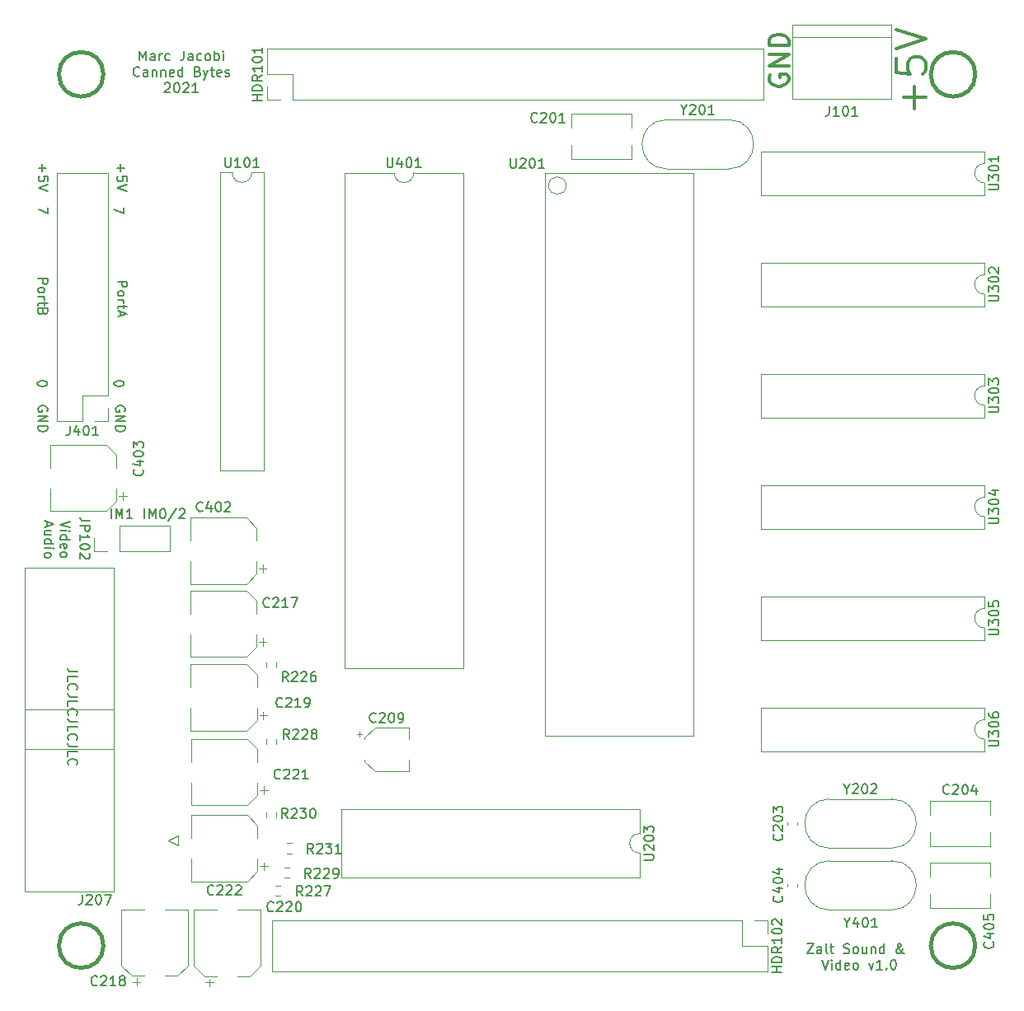
<source format=gbr>
G04 #@! TF.GenerationSoftware,KiCad,Pcbnew,(5.1.8)-1*
G04 #@! TF.CreationDate,2020-12-25T10:48:06+01:00*
G04 #@! TF.ProjectId,VDP-Composite,5644502d-436f-46d7-906f-736974652e6b,v1.0*
G04 #@! TF.SameCoordinates,Original*
G04 #@! TF.FileFunction,Legend,Top*
G04 #@! TF.FilePolarity,Positive*
%FSLAX46Y46*%
G04 Gerber Fmt 4.6, Leading zero omitted, Abs format (unit mm)*
G04 Created by KiCad (PCBNEW (5.1.8)-1) date 2020-12-25 10:48:06*
%MOMM*%
%LPD*%
G01*
G04 APERTURE LIST*
%ADD10C,0.150000*%
%ADD11C,0.300000*%
%ADD12C,0.120000*%
%ADD13C,0.381000*%
G04 APERTURE END LIST*
D10*
X51042819Y-201095552D02*
X50328533Y-201095552D01*
X50185676Y-201047933D01*
X50090438Y-200952695D01*
X50042819Y-200809838D01*
X50042819Y-200714600D01*
X50042819Y-202047933D02*
X50042819Y-201571742D01*
X51042819Y-201571742D01*
X50138057Y-202952695D02*
X50090438Y-202905076D01*
X50042819Y-202762219D01*
X50042819Y-202666980D01*
X50090438Y-202524123D01*
X50185676Y-202428885D01*
X50280914Y-202381266D01*
X50471390Y-202333647D01*
X50614247Y-202333647D01*
X50804723Y-202381266D01*
X50899961Y-202428885D01*
X50995200Y-202524123D01*
X51042819Y-202666980D01*
X51042819Y-202762219D01*
X50995200Y-202905076D01*
X50947580Y-202952695D01*
X51042819Y-203666980D02*
X50328533Y-203666980D01*
X50185676Y-203619361D01*
X50090438Y-203524123D01*
X50042819Y-203381266D01*
X50042819Y-203286028D01*
X50042819Y-204619361D02*
X50042819Y-204143171D01*
X51042819Y-204143171D01*
X50138057Y-205524123D02*
X50090438Y-205476504D01*
X50042819Y-205333647D01*
X50042819Y-205238409D01*
X50090438Y-205095552D01*
X50185676Y-205000314D01*
X50280914Y-204952695D01*
X50471390Y-204905076D01*
X50614247Y-204905076D01*
X50804723Y-204952695D01*
X50899961Y-205000314D01*
X50995200Y-205095552D01*
X51042819Y-205238409D01*
X51042819Y-205333647D01*
X50995200Y-205476504D01*
X50947580Y-205524123D01*
X51042819Y-206238409D02*
X50328533Y-206238409D01*
X50185676Y-206190790D01*
X50090438Y-206095552D01*
X50042819Y-205952695D01*
X50042819Y-205857457D01*
X50042819Y-207190790D02*
X50042819Y-206714600D01*
X51042819Y-206714600D01*
X50138057Y-208095552D02*
X50090438Y-208047933D01*
X50042819Y-207905076D01*
X50042819Y-207809838D01*
X50090438Y-207666980D01*
X50185676Y-207571742D01*
X50280914Y-207524123D01*
X50471390Y-207476504D01*
X50614247Y-207476504D01*
X50804723Y-207524123D01*
X50899961Y-207571742D01*
X50995200Y-207666980D01*
X51042819Y-207809838D01*
X51042819Y-207905076D01*
X50995200Y-208047933D01*
X50947580Y-208095552D01*
X51042819Y-208809838D02*
X50328533Y-208809838D01*
X50185676Y-208762219D01*
X50090438Y-208666980D01*
X50042819Y-208524123D01*
X50042819Y-208428885D01*
X50042819Y-209762219D02*
X50042819Y-209286028D01*
X51042819Y-209286028D01*
X50138057Y-210666980D02*
X50090438Y-210619361D01*
X50042819Y-210476504D01*
X50042819Y-210381266D01*
X50090438Y-210238409D01*
X50185676Y-210143171D01*
X50280914Y-210095552D01*
X50471390Y-210047933D01*
X50614247Y-210047933D01*
X50804723Y-210095552D01*
X50899961Y-210143171D01*
X50995200Y-210238409D01*
X51042819Y-210381266D01*
X51042819Y-210476504D01*
X50995200Y-210619361D01*
X50947580Y-210666980D01*
X55503771Y-148955285D02*
X55503771Y-149717190D01*
X55122819Y-149336238D02*
X55884723Y-149336238D01*
X56122819Y-150669571D02*
X56122819Y-150193380D01*
X55646628Y-150145761D01*
X55694247Y-150193380D01*
X55741866Y-150288619D01*
X55741866Y-150526714D01*
X55694247Y-150621952D01*
X55646628Y-150669571D01*
X55551390Y-150717190D01*
X55313295Y-150717190D01*
X55218057Y-150669571D01*
X55170438Y-150621952D01*
X55122819Y-150526714D01*
X55122819Y-150288619D01*
X55170438Y-150193380D01*
X55218057Y-150145761D01*
X56122819Y-151002904D02*
X55122819Y-151336238D01*
X56122819Y-151669571D01*
X47426571Y-148955285D02*
X47426571Y-149717190D01*
X47045619Y-149336238D02*
X47807523Y-149336238D01*
X48045619Y-150669571D02*
X48045619Y-150193380D01*
X47569428Y-150145761D01*
X47617047Y-150193380D01*
X47664666Y-150288619D01*
X47664666Y-150526714D01*
X47617047Y-150621952D01*
X47569428Y-150669571D01*
X47474190Y-150717190D01*
X47236095Y-150717190D01*
X47140857Y-150669571D01*
X47093238Y-150621952D01*
X47045619Y-150526714D01*
X47045619Y-150288619D01*
X47093238Y-150193380D01*
X47140857Y-150145761D01*
X48045619Y-151002904D02*
X47045619Y-151336238D01*
X48045619Y-151669571D01*
X55922800Y-174320295D02*
X55970419Y-174225057D01*
X55970419Y-174082200D01*
X55922800Y-173939342D01*
X55827561Y-173844104D01*
X55732323Y-173796485D01*
X55541847Y-173748866D01*
X55398990Y-173748866D01*
X55208514Y-173796485D01*
X55113276Y-173844104D01*
X55018038Y-173939342D01*
X54970419Y-174082200D01*
X54970419Y-174177438D01*
X55018038Y-174320295D01*
X55065657Y-174367914D01*
X55398990Y-174367914D01*
X55398990Y-174177438D01*
X54970419Y-174796485D02*
X55970419Y-174796485D01*
X54970419Y-175367914D01*
X55970419Y-175367914D01*
X54970419Y-175844104D02*
X55970419Y-175844104D01*
X55970419Y-176082200D01*
X55922800Y-176225057D01*
X55827561Y-176320295D01*
X55732323Y-176367914D01*
X55541847Y-176415533D01*
X55398990Y-176415533D01*
X55208514Y-176367914D01*
X55113276Y-176320295D01*
X55018038Y-176225057D01*
X54970419Y-176082200D01*
X54970419Y-175844104D01*
X47947200Y-174320295D02*
X47994819Y-174225057D01*
X47994819Y-174082200D01*
X47947200Y-173939342D01*
X47851961Y-173844104D01*
X47756723Y-173796485D01*
X47566247Y-173748866D01*
X47423390Y-173748866D01*
X47232914Y-173796485D01*
X47137676Y-173844104D01*
X47042438Y-173939342D01*
X46994819Y-174082200D01*
X46994819Y-174177438D01*
X47042438Y-174320295D01*
X47090057Y-174367914D01*
X47423390Y-174367914D01*
X47423390Y-174177438D01*
X46994819Y-174796485D02*
X47994819Y-174796485D01*
X46994819Y-175367914D01*
X47994819Y-175367914D01*
X46994819Y-175844104D02*
X47994819Y-175844104D01*
X47994819Y-176082200D01*
X47947200Y-176225057D01*
X47851961Y-176320295D01*
X47756723Y-176367914D01*
X47566247Y-176415533D01*
X47423390Y-176415533D01*
X47232914Y-176367914D01*
X47137676Y-176320295D01*
X47042438Y-176225057D01*
X46994819Y-176082200D01*
X46994819Y-175844104D01*
X48045619Y-153362066D02*
X48045619Y-154028733D01*
X47045619Y-153600161D01*
X46950380Y-171523019D02*
X46950380Y-171427780D01*
X46998000Y-171332542D01*
X47045619Y-171284923D01*
X47140857Y-171237304D01*
X47331333Y-171189685D01*
X47569428Y-171189685D01*
X47759904Y-171237304D01*
X47855142Y-171284923D01*
X47902761Y-171332542D01*
X47950380Y-171427780D01*
X47950380Y-171523019D01*
X47902761Y-171618257D01*
X47855142Y-171665876D01*
X47759904Y-171713495D01*
X47569428Y-171761114D01*
X47331333Y-171761114D01*
X47140857Y-171713495D01*
X47045619Y-171665876D01*
X46998000Y-171618257D01*
X46950380Y-171523019D01*
X50293019Y-185623438D02*
X49293019Y-185956771D01*
X50293019Y-186290104D01*
X49293019Y-186623438D02*
X49959685Y-186623438D01*
X50293019Y-186623438D02*
X50245400Y-186575819D01*
X50197780Y-186623438D01*
X50245400Y-186671057D01*
X50293019Y-186623438D01*
X50197780Y-186623438D01*
X49293019Y-187528200D02*
X50293019Y-187528200D01*
X49340638Y-187528200D02*
X49293019Y-187432961D01*
X49293019Y-187242485D01*
X49340638Y-187147247D01*
X49388257Y-187099628D01*
X49483495Y-187052009D01*
X49769209Y-187052009D01*
X49864447Y-187099628D01*
X49912066Y-187147247D01*
X49959685Y-187242485D01*
X49959685Y-187432961D01*
X49912066Y-187528200D01*
X49340638Y-188385342D02*
X49293019Y-188290104D01*
X49293019Y-188099628D01*
X49340638Y-188004390D01*
X49435876Y-187956771D01*
X49816828Y-187956771D01*
X49912066Y-188004390D01*
X49959685Y-188099628D01*
X49959685Y-188290104D01*
X49912066Y-188385342D01*
X49816828Y-188432961D01*
X49721590Y-188432961D01*
X49626352Y-187956771D01*
X49293019Y-189004390D02*
X49340638Y-188909152D01*
X49388257Y-188861533D01*
X49483495Y-188813914D01*
X49769209Y-188813914D01*
X49864447Y-188861533D01*
X49912066Y-188909152D01*
X49959685Y-189004390D01*
X49959685Y-189147247D01*
X49912066Y-189242485D01*
X49864447Y-189290104D01*
X49769209Y-189337723D01*
X49483495Y-189337723D01*
X49388257Y-189290104D01*
X49340638Y-189242485D01*
X49293019Y-189147247D01*
X49293019Y-189004390D01*
X47928733Y-185694866D02*
X47928733Y-186171057D01*
X47643019Y-185599628D02*
X48643019Y-185932961D01*
X47643019Y-186266295D01*
X48309685Y-187028200D02*
X47643019Y-187028200D01*
X48309685Y-186599628D02*
X47785876Y-186599628D01*
X47690638Y-186647247D01*
X47643019Y-186742485D01*
X47643019Y-186885342D01*
X47690638Y-186980580D01*
X47738257Y-187028200D01*
X47643019Y-187932961D02*
X48643019Y-187932961D01*
X47690638Y-187932961D02*
X47643019Y-187837723D01*
X47643019Y-187647247D01*
X47690638Y-187552009D01*
X47738257Y-187504390D01*
X47833495Y-187456771D01*
X48119209Y-187456771D01*
X48214447Y-187504390D01*
X48262066Y-187552009D01*
X48309685Y-187647247D01*
X48309685Y-187837723D01*
X48262066Y-187932961D01*
X47643019Y-188409152D02*
X48309685Y-188409152D01*
X48643019Y-188409152D02*
X48595400Y-188361533D01*
X48547780Y-188409152D01*
X48595400Y-188456771D01*
X48643019Y-188409152D01*
X48547780Y-188409152D01*
X47643019Y-189028200D02*
X47690638Y-188932961D01*
X47738257Y-188885342D01*
X47833495Y-188837723D01*
X48119209Y-188837723D01*
X48214447Y-188885342D01*
X48262066Y-188932961D01*
X48309685Y-189028200D01*
X48309685Y-189171057D01*
X48262066Y-189266295D01*
X48214447Y-189313914D01*
X48119209Y-189361533D01*
X47833495Y-189361533D01*
X47738257Y-189313914D01*
X47690638Y-189266295D01*
X47643019Y-189171057D01*
X47643019Y-189028200D01*
X55818019Y-153362066D02*
X55818019Y-154028733D01*
X54818019Y-153600161D01*
X54824380Y-171523019D02*
X54824380Y-171427780D01*
X54872000Y-171332542D01*
X54919619Y-171284923D01*
X55014857Y-171237304D01*
X55205333Y-171189685D01*
X55443428Y-171189685D01*
X55633904Y-171237304D01*
X55729142Y-171284923D01*
X55776761Y-171332542D01*
X55824380Y-171427780D01*
X55824380Y-171523019D01*
X55776761Y-171618257D01*
X55729142Y-171665876D01*
X55633904Y-171713495D01*
X55443428Y-171761114D01*
X55205333Y-171761114D01*
X55014857Y-171713495D01*
X54919619Y-171665876D01*
X54872000Y-171618257D01*
X54824380Y-171523019D01*
X46994819Y-160674276D02*
X47994819Y-160674276D01*
X47994819Y-161055228D01*
X47947200Y-161150466D01*
X47899580Y-161198085D01*
X47804342Y-161245704D01*
X47661485Y-161245704D01*
X47566247Y-161198085D01*
X47518628Y-161150466D01*
X47471009Y-161055228D01*
X47471009Y-160674276D01*
X46994819Y-161817133D02*
X47042438Y-161721895D01*
X47090057Y-161674276D01*
X47185295Y-161626657D01*
X47471009Y-161626657D01*
X47566247Y-161674276D01*
X47613866Y-161721895D01*
X47661485Y-161817133D01*
X47661485Y-161959990D01*
X47613866Y-162055228D01*
X47566247Y-162102847D01*
X47471009Y-162150466D01*
X47185295Y-162150466D01*
X47090057Y-162102847D01*
X47042438Y-162055228D01*
X46994819Y-161959990D01*
X46994819Y-161817133D01*
X46994819Y-162579038D02*
X47661485Y-162579038D01*
X47471009Y-162579038D02*
X47566247Y-162626657D01*
X47613866Y-162674276D01*
X47661485Y-162769514D01*
X47661485Y-162864752D01*
X47661485Y-163055228D02*
X47661485Y-163436180D01*
X47994819Y-163198085D02*
X47137676Y-163198085D01*
X47042438Y-163245704D01*
X46994819Y-163340942D01*
X46994819Y-163436180D01*
X47518628Y-164102847D02*
X47471009Y-164245704D01*
X47423390Y-164293323D01*
X47328152Y-164340942D01*
X47185295Y-164340942D01*
X47090057Y-164293323D01*
X47042438Y-164245704D01*
X46994819Y-164150466D01*
X46994819Y-163769514D01*
X47994819Y-163769514D01*
X47994819Y-164102847D01*
X47947200Y-164198085D01*
X47899580Y-164245704D01*
X47804342Y-164293323D01*
X47709104Y-164293323D01*
X47613866Y-164245704D01*
X47566247Y-164198085D01*
X47518628Y-164102847D01*
X47518628Y-163769514D01*
X55173619Y-160999704D02*
X56173619Y-160999704D01*
X56173619Y-161380657D01*
X56126000Y-161475895D01*
X56078380Y-161523514D01*
X55983142Y-161571133D01*
X55840285Y-161571133D01*
X55745047Y-161523514D01*
X55697428Y-161475895D01*
X55649809Y-161380657D01*
X55649809Y-160999704D01*
X55173619Y-162142561D02*
X55221238Y-162047323D01*
X55268857Y-161999704D01*
X55364095Y-161952085D01*
X55649809Y-161952085D01*
X55745047Y-161999704D01*
X55792666Y-162047323D01*
X55840285Y-162142561D01*
X55840285Y-162285419D01*
X55792666Y-162380657D01*
X55745047Y-162428276D01*
X55649809Y-162475895D01*
X55364095Y-162475895D01*
X55268857Y-162428276D01*
X55221238Y-162380657D01*
X55173619Y-162285419D01*
X55173619Y-162142561D01*
X55173619Y-162904466D02*
X55840285Y-162904466D01*
X55649809Y-162904466D02*
X55745047Y-162952085D01*
X55792666Y-162999704D01*
X55840285Y-163094942D01*
X55840285Y-163190180D01*
X55840285Y-163380657D02*
X55840285Y-163761609D01*
X56173619Y-163523514D02*
X55316476Y-163523514D01*
X55221238Y-163571133D01*
X55173619Y-163666371D01*
X55173619Y-163761609D01*
X55459333Y-164047323D02*
X55459333Y-164523514D01*
X55173619Y-163952085D02*
X56173619Y-164285419D01*
X55173619Y-164618752D01*
X125987847Y-229030780D02*
X126654514Y-229030780D01*
X125987847Y-230030780D01*
X126654514Y-230030780D01*
X127464038Y-230030780D02*
X127464038Y-229506971D01*
X127416419Y-229411733D01*
X127321180Y-229364114D01*
X127130704Y-229364114D01*
X127035466Y-229411733D01*
X127464038Y-229983161D02*
X127368800Y-230030780D01*
X127130704Y-230030780D01*
X127035466Y-229983161D01*
X126987847Y-229887923D01*
X126987847Y-229792685D01*
X127035466Y-229697447D01*
X127130704Y-229649828D01*
X127368800Y-229649828D01*
X127464038Y-229602209D01*
X128083085Y-230030780D02*
X127987847Y-229983161D01*
X127940228Y-229887923D01*
X127940228Y-229030780D01*
X128321180Y-229364114D02*
X128702133Y-229364114D01*
X128464038Y-229030780D02*
X128464038Y-229887923D01*
X128511657Y-229983161D01*
X128606895Y-230030780D01*
X128702133Y-230030780D01*
X129749752Y-229983161D02*
X129892609Y-230030780D01*
X130130704Y-230030780D01*
X130225942Y-229983161D01*
X130273561Y-229935542D01*
X130321180Y-229840304D01*
X130321180Y-229745066D01*
X130273561Y-229649828D01*
X130225942Y-229602209D01*
X130130704Y-229554590D01*
X129940228Y-229506971D01*
X129844990Y-229459352D01*
X129797371Y-229411733D01*
X129749752Y-229316495D01*
X129749752Y-229221257D01*
X129797371Y-229126019D01*
X129844990Y-229078400D01*
X129940228Y-229030780D01*
X130178323Y-229030780D01*
X130321180Y-229078400D01*
X130892609Y-230030780D02*
X130797371Y-229983161D01*
X130749752Y-229935542D01*
X130702133Y-229840304D01*
X130702133Y-229554590D01*
X130749752Y-229459352D01*
X130797371Y-229411733D01*
X130892609Y-229364114D01*
X131035466Y-229364114D01*
X131130704Y-229411733D01*
X131178323Y-229459352D01*
X131225942Y-229554590D01*
X131225942Y-229840304D01*
X131178323Y-229935542D01*
X131130704Y-229983161D01*
X131035466Y-230030780D01*
X130892609Y-230030780D01*
X132083085Y-229364114D02*
X132083085Y-230030780D01*
X131654514Y-229364114D02*
X131654514Y-229887923D01*
X131702133Y-229983161D01*
X131797371Y-230030780D01*
X131940228Y-230030780D01*
X132035466Y-229983161D01*
X132083085Y-229935542D01*
X132559276Y-229364114D02*
X132559276Y-230030780D01*
X132559276Y-229459352D02*
X132606895Y-229411733D01*
X132702133Y-229364114D01*
X132844990Y-229364114D01*
X132940228Y-229411733D01*
X132987847Y-229506971D01*
X132987847Y-230030780D01*
X133892609Y-230030780D02*
X133892609Y-229030780D01*
X133892609Y-229983161D02*
X133797371Y-230030780D01*
X133606895Y-230030780D01*
X133511657Y-229983161D01*
X133464038Y-229935542D01*
X133416419Y-229840304D01*
X133416419Y-229554590D01*
X133464038Y-229459352D01*
X133511657Y-229411733D01*
X133606895Y-229364114D01*
X133797371Y-229364114D01*
X133892609Y-229411733D01*
X135940228Y-230030780D02*
X135892609Y-230030780D01*
X135797371Y-229983161D01*
X135654514Y-229840304D01*
X135416419Y-229554590D01*
X135321180Y-229411733D01*
X135273561Y-229268876D01*
X135273561Y-229173638D01*
X135321180Y-229078400D01*
X135416419Y-229030780D01*
X135464038Y-229030780D01*
X135559276Y-229078400D01*
X135606895Y-229173638D01*
X135606895Y-229221257D01*
X135559276Y-229316495D01*
X135511657Y-229364114D01*
X135225942Y-229554590D01*
X135178323Y-229602209D01*
X135130704Y-229697447D01*
X135130704Y-229840304D01*
X135178323Y-229935542D01*
X135225942Y-229983161D01*
X135321180Y-230030780D01*
X135464038Y-230030780D01*
X135559276Y-229983161D01*
X135606895Y-229935542D01*
X135749752Y-229745066D01*
X135797371Y-229602209D01*
X135797371Y-229506971D01*
X127511657Y-230680780D02*
X127844990Y-231680780D01*
X128178323Y-230680780D01*
X128511657Y-231680780D02*
X128511657Y-231014114D01*
X128511657Y-230680780D02*
X128464038Y-230728400D01*
X128511657Y-230776019D01*
X128559276Y-230728400D01*
X128511657Y-230680780D01*
X128511657Y-230776019D01*
X129416419Y-231680780D02*
X129416419Y-230680780D01*
X129416419Y-231633161D02*
X129321180Y-231680780D01*
X129130704Y-231680780D01*
X129035466Y-231633161D01*
X128987847Y-231585542D01*
X128940228Y-231490304D01*
X128940228Y-231204590D01*
X128987847Y-231109352D01*
X129035466Y-231061733D01*
X129130704Y-231014114D01*
X129321180Y-231014114D01*
X129416419Y-231061733D01*
X130273561Y-231633161D02*
X130178323Y-231680780D01*
X129987847Y-231680780D01*
X129892609Y-231633161D01*
X129844990Y-231537923D01*
X129844990Y-231156971D01*
X129892609Y-231061733D01*
X129987847Y-231014114D01*
X130178323Y-231014114D01*
X130273561Y-231061733D01*
X130321180Y-231156971D01*
X130321180Y-231252209D01*
X129844990Y-231347447D01*
X130892609Y-231680780D02*
X130797371Y-231633161D01*
X130749752Y-231585542D01*
X130702133Y-231490304D01*
X130702133Y-231204590D01*
X130749752Y-231109352D01*
X130797371Y-231061733D01*
X130892609Y-231014114D01*
X131035466Y-231014114D01*
X131130704Y-231061733D01*
X131178323Y-231109352D01*
X131225942Y-231204590D01*
X131225942Y-231490304D01*
X131178323Y-231585542D01*
X131130704Y-231633161D01*
X131035466Y-231680780D01*
X130892609Y-231680780D01*
X132321180Y-231014114D02*
X132559276Y-231680780D01*
X132797371Y-231014114D01*
X133702133Y-231680780D02*
X133130704Y-231680780D01*
X133416419Y-231680780D02*
X133416419Y-230680780D01*
X133321180Y-230823638D01*
X133225942Y-230918876D01*
X133130704Y-230966495D01*
X134130704Y-231585542D02*
X134178323Y-231633161D01*
X134130704Y-231680780D01*
X134083085Y-231633161D01*
X134130704Y-231585542D01*
X134130704Y-231680780D01*
X134797371Y-230680780D02*
X134892609Y-230680780D01*
X134987847Y-230728400D01*
X135035466Y-230776019D01*
X135083085Y-230871257D01*
X135130704Y-231061733D01*
X135130704Y-231299828D01*
X135083085Y-231490304D01*
X135035466Y-231585542D01*
X134987847Y-231633161D01*
X134892609Y-231680780D01*
X134797371Y-231680780D01*
X134702133Y-231633161D01*
X134654514Y-231585542D01*
X134606895Y-231490304D01*
X134559276Y-231299828D01*
X134559276Y-231061733D01*
X134606895Y-230871257D01*
X134654514Y-230776019D01*
X134702133Y-230728400D01*
X134797371Y-230680780D01*
X57412476Y-138273780D02*
X57412476Y-137273780D01*
X57745809Y-137988066D01*
X58079142Y-137273780D01*
X58079142Y-138273780D01*
X58983904Y-138273780D02*
X58983904Y-137749971D01*
X58936285Y-137654733D01*
X58841047Y-137607114D01*
X58650571Y-137607114D01*
X58555333Y-137654733D01*
X58983904Y-138226161D02*
X58888666Y-138273780D01*
X58650571Y-138273780D01*
X58555333Y-138226161D01*
X58507714Y-138130923D01*
X58507714Y-138035685D01*
X58555333Y-137940447D01*
X58650571Y-137892828D01*
X58888666Y-137892828D01*
X58983904Y-137845209D01*
X59460095Y-138273780D02*
X59460095Y-137607114D01*
X59460095Y-137797590D02*
X59507714Y-137702352D01*
X59555333Y-137654733D01*
X59650571Y-137607114D01*
X59745809Y-137607114D01*
X60507714Y-138226161D02*
X60412476Y-138273780D01*
X60222000Y-138273780D01*
X60126761Y-138226161D01*
X60079142Y-138178542D01*
X60031523Y-138083304D01*
X60031523Y-137797590D01*
X60079142Y-137702352D01*
X60126761Y-137654733D01*
X60222000Y-137607114D01*
X60412476Y-137607114D01*
X60507714Y-137654733D01*
X61983904Y-137273780D02*
X61983904Y-137988066D01*
X61936285Y-138130923D01*
X61841047Y-138226161D01*
X61698190Y-138273780D01*
X61602952Y-138273780D01*
X62888666Y-138273780D02*
X62888666Y-137749971D01*
X62841047Y-137654733D01*
X62745809Y-137607114D01*
X62555333Y-137607114D01*
X62460095Y-137654733D01*
X62888666Y-138226161D02*
X62793428Y-138273780D01*
X62555333Y-138273780D01*
X62460095Y-138226161D01*
X62412476Y-138130923D01*
X62412476Y-138035685D01*
X62460095Y-137940447D01*
X62555333Y-137892828D01*
X62793428Y-137892828D01*
X62888666Y-137845209D01*
X63793428Y-138226161D02*
X63698190Y-138273780D01*
X63507714Y-138273780D01*
X63412476Y-138226161D01*
X63364857Y-138178542D01*
X63317238Y-138083304D01*
X63317238Y-137797590D01*
X63364857Y-137702352D01*
X63412476Y-137654733D01*
X63507714Y-137607114D01*
X63698190Y-137607114D01*
X63793428Y-137654733D01*
X64364857Y-138273780D02*
X64269619Y-138226161D01*
X64222000Y-138178542D01*
X64174380Y-138083304D01*
X64174380Y-137797590D01*
X64222000Y-137702352D01*
X64269619Y-137654733D01*
X64364857Y-137607114D01*
X64507714Y-137607114D01*
X64602952Y-137654733D01*
X64650571Y-137702352D01*
X64698190Y-137797590D01*
X64698190Y-138083304D01*
X64650571Y-138178542D01*
X64602952Y-138226161D01*
X64507714Y-138273780D01*
X64364857Y-138273780D01*
X65126761Y-138273780D02*
X65126761Y-137273780D01*
X65126761Y-137654733D02*
X65222000Y-137607114D01*
X65412476Y-137607114D01*
X65507714Y-137654733D01*
X65555333Y-137702352D01*
X65602952Y-137797590D01*
X65602952Y-138083304D01*
X65555333Y-138178542D01*
X65507714Y-138226161D01*
X65412476Y-138273780D01*
X65222000Y-138273780D01*
X65126761Y-138226161D01*
X66031523Y-138273780D02*
X66031523Y-137607114D01*
X66031523Y-137273780D02*
X65983904Y-137321400D01*
X66031523Y-137369019D01*
X66079142Y-137321400D01*
X66031523Y-137273780D01*
X66031523Y-137369019D01*
X57412476Y-139828542D02*
X57364857Y-139876161D01*
X57222000Y-139923780D01*
X57126761Y-139923780D01*
X56983904Y-139876161D01*
X56888666Y-139780923D01*
X56841047Y-139685685D01*
X56793428Y-139495209D01*
X56793428Y-139352352D01*
X56841047Y-139161876D01*
X56888666Y-139066638D01*
X56983904Y-138971400D01*
X57126761Y-138923780D01*
X57222000Y-138923780D01*
X57364857Y-138971400D01*
X57412476Y-139019019D01*
X58269619Y-139923780D02*
X58269619Y-139399971D01*
X58222000Y-139304733D01*
X58126761Y-139257114D01*
X57936285Y-139257114D01*
X57841047Y-139304733D01*
X58269619Y-139876161D02*
X58174380Y-139923780D01*
X57936285Y-139923780D01*
X57841047Y-139876161D01*
X57793428Y-139780923D01*
X57793428Y-139685685D01*
X57841047Y-139590447D01*
X57936285Y-139542828D01*
X58174380Y-139542828D01*
X58269619Y-139495209D01*
X58745809Y-139257114D02*
X58745809Y-139923780D01*
X58745809Y-139352352D02*
X58793428Y-139304733D01*
X58888666Y-139257114D01*
X59031523Y-139257114D01*
X59126761Y-139304733D01*
X59174380Y-139399971D01*
X59174380Y-139923780D01*
X59650571Y-139257114D02*
X59650571Y-139923780D01*
X59650571Y-139352352D02*
X59698190Y-139304733D01*
X59793428Y-139257114D01*
X59936285Y-139257114D01*
X60031523Y-139304733D01*
X60079142Y-139399971D01*
X60079142Y-139923780D01*
X60936285Y-139876161D02*
X60841047Y-139923780D01*
X60650571Y-139923780D01*
X60555333Y-139876161D01*
X60507714Y-139780923D01*
X60507714Y-139399971D01*
X60555333Y-139304733D01*
X60650571Y-139257114D01*
X60841047Y-139257114D01*
X60936285Y-139304733D01*
X60983904Y-139399971D01*
X60983904Y-139495209D01*
X60507714Y-139590447D01*
X61841047Y-139923780D02*
X61841047Y-138923780D01*
X61841047Y-139876161D02*
X61745809Y-139923780D01*
X61555333Y-139923780D01*
X61460095Y-139876161D01*
X61412476Y-139828542D01*
X61364857Y-139733304D01*
X61364857Y-139447590D01*
X61412476Y-139352352D01*
X61460095Y-139304733D01*
X61555333Y-139257114D01*
X61745809Y-139257114D01*
X61841047Y-139304733D01*
X63412476Y-139399971D02*
X63555333Y-139447590D01*
X63602952Y-139495209D01*
X63650571Y-139590447D01*
X63650571Y-139733304D01*
X63602952Y-139828542D01*
X63555333Y-139876161D01*
X63460095Y-139923780D01*
X63079142Y-139923780D01*
X63079142Y-138923780D01*
X63412476Y-138923780D01*
X63507714Y-138971400D01*
X63555333Y-139019019D01*
X63602952Y-139114257D01*
X63602952Y-139209495D01*
X63555333Y-139304733D01*
X63507714Y-139352352D01*
X63412476Y-139399971D01*
X63079142Y-139399971D01*
X63983904Y-139257114D02*
X64222000Y-139923780D01*
X64460095Y-139257114D02*
X64222000Y-139923780D01*
X64126761Y-140161876D01*
X64079142Y-140209495D01*
X63983904Y-140257114D01*
X64698190Y-139257114D02*
X65079142Y-139257114D01*
X64841047Y-138923780D02*
X64841047Y-139780923D01*
X64888666Y-139876161D01*
X64983904Y-139923780D01*
X65079142Y-139923780D01*
X65793428Y-139876161D02*
X65698190Y-139923780D01*
X65507714Y-139923780D01*
X65412476Y-139876161D01*
X65364857Y-139780923D01*
X65364857Y-139399971D01*
X65412476Y-139304733D01*
X65507714Y-139257114D01*
X65698190Y-139257114D01*
X65793428Y-139304733D01*
X65841047Y-139399971D01*
X65841047Y-139495209D01*
X65364857Y-139590447D01*
X66222000Y-139876161D02*
X66317238Y-139923780D01*
X66507714Y-139923780D01*
X66602952Y-139876161D01*
X66650571Y-139780923D01*
X66650571Y-139733304D01*
X66602952Y-139638066D01*
X66507714Y-139590447D01*
X66364857Y-139590447D01*
X66269619Y-139542828D01*
X66222000Y-139447590D01*
X66222000Y-139399971D01*
X66269619Y-139304733D01*
X66364857Y-139257114D01*
X66507714Y-139257114D01*
X66602952Y-139304733D01*
X60007714Y-140669019D02*
X60055333Y-140621400D01*
X60150571Y-140573780D01*
X60388666Y-140573780D01*
X60483904Y-140621400D01*
X60531523Y-140669019D01*
X60579142Y-140764257D01*
X60579142Y-140859495D01*
X60531523Y-141002352D01*
X59960095Y-141573780D01*
X60579142Y-141573780D01*
X61198190Y-140573780D02*
X61293428Y-140573780D01*
X61388666Y-140621400D01*
X61436285Y-140669019D01*
X61483904Y-140764257D01*
X61531523Y-140954733D01*
X61531523Y-141192828D01*
X61483904Y-141383304D01*
X61436285Y-141478542D01*
X61388666Y-141526161D01*
X61293428Y-141573780D01*
X61198190Y-141573780D01*
X61102952Y-141526161D01*
X61055333Y-141478542D01*
X61007714Y-141383304D01*
X60960095Y-141192828D01*
X60960095Y-140954733D01*
X61007714Y-140764257D01*
X61055333Y-140669019D01*
X61102952Y-140621400D01*
X61198190Y-140573780D01*
X61912476Y-140669019D02*
X61960095Y-140621400D01*
X62055333Y-140573780D01*
X62293428Y-140573780D01*
X62388666Y-140621400D01*
X62436285Y-140669019D01*
X62483904Y-140764257D01*
X62483904Y-140859495D01*
X62436285Y-141002352D01*
X61864857Y-141573780D01*
X62483904Y-141573780D01*
X63436285Y-141573780D02*
X62864857Y-141573780D01*
X63150571Y-141573780D02*
X63150571Y-140573780D01*
X63055333Y-140716638D01*
X62960095Y-140811876D01*
X62864857Y-140859495D01*
X54527580Y-185338980D02*
X54527580Y-184338980D01*
X55003771Y-185338980D02*
X55003771Y-184338980D01*
X55337104Y-185053266D01*
X55670438Y-184338980D01*
X55670438Y-185338980D01*
X56670438Y-185338980D02*
X56099009Y-185338980D01*
X56384723Y-185338980D02*
X56384723Y-184338980D01*
X56289485Y-184481838D01*
X56194247Y-184577076D01*
X56099009Y-184624695D01*
X57947180Y-185338980D02*
X57947180Y-184338980D01*
X58423371Y-185338980D02*
X58423371Y-184338980D01*
X58756704Y-185053266D01*
X59090038Y-184338980D01*
X59090038Y-185338980D01*
X59756704Y-184338980D02*
X59851942Y-184338980D01*
X59947180Y-184386600D01*
X59994800Y-184434219D01*
X60042419Y-184529457D01*
X60090038Y-184719933D01*
X60090038Y-184958028D01*
X60042419Y-185148504D01*
X59994800Y-185243742D01*
X59947180Y-185291361D01*
X59851942Y-185338980D01*
X59756704Y-185338980D01*
X59661466Y-185291361D01*
X59613847Y-185243742D01*
X59566228Y-185148504D01*
X59518609Y-184958028D01*
X59518609Y-184719933D01*
X59566228Y-184529457D01*
X59613847Y-184434219D01*
X59661466Y-184386600D01*
X59756704Y-184338980D01*
X61232895Y-184291361D02*
X60375752Y-185577076D01*
X61518609Y-184434219D02*
X61566228Y-184386600D01*
X61661466Y-184338980D01*
X61899561Y-184338980D01*
X61994800Y-184386600D01*
X62042419Y-184434219D01*
X62090038Y-184529457D01*
X62090038Y-184624695D01*
X62042419Y-184767552D01*
X61470990Y-185338980D01*
X62090038Y-185338980D01*
D11*
X122190000Y-139776009D02*
X122094761Y-139966485D01*
X122094761Y-140252200D01*
X122190000Y-140537914D01*
X122380476Y-140728390D01*
X122570952Y-140823628D01*
X122951904Y-140918866D01*
X123237619Y-140918866D01*
X123618571Y-140823628D01*
X123809047Y-140728390D01*
X123999523Y-140537914D01*
X124094761Y-140252200D01*
X124094761Y-140061723D01*
X123999523Y-139776009D01*
X123904285Y-139680771D01*
X123237619Y-139680771D01*
X123237619Y-140061723D01*
X124094761Y-138823628D02*
X122094761Y-138823628D01*
X124094761Y-137680771D01*
X122094761Y-137680771D01*
X124094761Y-136728390D02*
X122094761Y-136728390D01*
X122094761Y-136252200D01*
X122190000Y-135966485D01*
X122380476Y-135776009D01*
X122570952Y-135680771D01*
X122951904Y-135585533D01*
X123237619Y-135585533D01*
X123618571Y-135680771D01*
X123809047Y-135776009D01*
X123999523Y-135966485D01*
X124094761Y-136252200D01*
X124094761Y-136728390D01*
X137018685Y-143226942D02*
X137018685Y-140941228D01*
X138161542Y-142084085D02*
X135875828Y-142084085D01*
X135161542Y-138084085D02*
X135161542Y-139512657D01*
X136590114Y-139655514D01*
X136447257Y-139512657D01*
X136304400Y-139226942D01*
X136304400Y-138512657D01*
X136447257Y-138226942D01*
X136590114Y-138084085D01*
X136875828Y-137941228D01*
X137590114Y-137941228D01*
X137875828Y-138084085D01*
X138018685Y-138226942D01*
X138161542Y-138512657D01*
X138161542Y-139226942D01*
X138018685Y-139512657D01*
X137875828Y-139655514D01*
X135161542Y-137084085D02*
X138161542Y-136084085D01*
X135161542Y-135084085D01*
D12*
X70445100Y-216027724D02*
X70445100Y-215518276D01*
X71490100Y-216027724D02*
X71490100Y-215518276D01*
X107985800Y-148396400D02*
X101745800Y-148396400D01*
X107985800Y-143754400D02*
X101745800Y-143754400D01*
X107985800Y-148396400D02*
X107985800Y-147000400D01*
X107985800Y-145150400D02*
X107985800Y-143754400D01*
X101745800Y-148396400D02*
X101745800Y-147000400D01*
X101745800Y-145150400D02*
X101745800Y-143754400D01*
X101228026Y-151130000D02*
G75*
G03*
X101228026Y-151130000I-898026J0D01*
G01*
X99060000Y-207645000D02*
X99060000Y-149860000D01*
X114300000Y-207645000D02*
X99060000Y-207645000D01*
X114300000Y-149860000D02*
X114300000Y-207645000D01*
X99060000Y-149860000D02*
X114300000Y-149860000D01*
X144205000Y-148860000D02*
X144205000Y-147610000D01*
X144205000Y-147610000D02*
X121225000Y-147610000D01*
X121225000Y-147610000D02*
X121225000Y-152110000D01*
X121225000Y-152110000D02*
X144205000Y-152110000D01*
X144205000Y-152110000D02*
X144205000Y-150860000D01*
X144205000Y-150860000D02*
G75*
G02*
X144205000Y-148860000I0J1000000D01*
G01*
X144205000Y-163540000D02*
X144205000Y-162290000D01*
X121225000Y-163540000D02*
X144205000Y-163540000D01*
X121225000Y-159040000D02*
X121225000Y-163540000D01*
X144205000Y-159040000D02*
X121225000Y-159040000D01*
X144205000Y-160290000D02*
X144205000Y-159040000D01*
X144205000Y-162290000D02*
G75*
G02*
X144205000Y-160290000I0J1000000D01*
G01*
X144205000Y-186400000D02*
X144205000Y-185150000D01*
X121225000Y-186400000D02*
X144205000Y-186400000D01*
X121225000Y-181900000D02*
X121225000Y-186400000D01*
X144205000Y-181900000D02*
X121225000Y-181900000D01*
X144205000Y-183150000D02*
X144205000Y-181900000D01*
X144205000Y-185150000D02*
G75*
G02*
X144205000Y-183150000I0J1000000D01*
G01*
X144205000Y-209260000D02*
X144205000Y-208010000D01*
X121225000Y-209260000D02*
X144205000Y-209260000D01*
X121225000Y-204760000D02*
X121225000Y-209260000D01*
X144205000Y-204760000D02*
X121225000Y-204760000D01*
X144205000Y-206010000D02*
X144205000Y-204760000D01*
X144205000Y-208010000D02*
G75*
G02*
X144205000Y-206010000I0J1000000D01*
G01*
D13*
X143256000Y-139700000D02*
G75*
G03*
X143256000Y-139700000I-2286000J0D01*
G01*
X53721000Y-139700000D02*
G75*
G03*
X53721000Y-139700000I-2286000J0D01*
G01*
X143256000Y-229235000D02*
G75*
G03*
X143256000Y-229235000I-2286000J0D01*
G01*
X53721000Y-229235000D02*
G75*
G03*
X53721000Y-229235000I-2286000J0D01*
G01*
D12*
X71010000Y-226670000D02*
X71010000Y-231870000D01*
X119330000Y-226670000D02*
X71010000Y-226670000D01*
X121930000Y-231870000D02*
X71010000Y-231870000D01*
X119330000Y-226670000D02*
X119330000Y-229270000D01*
X119330000Y-229270000D02*
X121930000Y-229270000D01*
X121930000Y-229270000D02*
X121930000Y-231870000D01*
X120600000Y-226670000D02*
X121930000Y-226670000D01*
X121930000Y-226670000D02*
X121930000Y-228000000D01*
X124460000Y-135890000D02*
X134620000Y-135890000D01*
X124460000Y-134620000D02*
X124460000Y-142240000D01*
X124460000Y-142240000D02*
X134620000Y-142240000D01*
X134620000Y-142240000D02*
X134620000Y-134620000D01*
X134620000Y-134620000D02*
X124460000Y-134620000D01*
X144205000Y-171720000D02*
X144205000Y-170470000D01*
X144205000Y-170470000D02*
X121225000Y-170470000D01*
X121225000Y-170470000D02*
X121225000Y-174970000D01*
X121225000Y-174970000D02*
X144205000Y-174970000D01*
X144205000Y-174970000D02*
X144205000Y-173720000D01*
X144205000Y-173720000D02*
G75*
G02*
X144205000Y-171720000I0J1000000D01*
G01*
X144205000Y-194580000D02*
X144205000Y-193330000D01*
X144205000Y-193330000D02*
X121225000Y-193330000D01*
X121225000Y-193330000D02*
X121225000Y-197830000D01*
X121225000Y-197830000D02*
X144205000Y-197830000D01*
X144205000Y-197830000D02*
X144205000Y-196580000D01*
X144205000Y-196580000D02*
G75*
G02*
X144205000Y-194580000I0J1000000D01*
G01*
X70552000Y-142300000D02*
X70552000Y-140970000D01*
X71882000Y-142300000D02*
X70552000Y-142300000D01*
X70552000Y-139700000D02*
X70552000Y-137100000D01*
X73152000Y-139700000D02*
X70552000Y-139700000D01*
X73152000Y-142300000D02*
X73152000Y-139700000D01*
X70552000Y-137100000D02*
X121472000Y-137100000D01*
X73152000Y-142300000D02*
X121472000Y-142300000D01*
X121472000Y-142300000D02*
X121472000Y-137100000D01*
X54785000Y-209060000D02*
X45665000Y-209060000D01*
X54785000Y-204960000D02*
X45665000Y-204960000D01*
X54785000Y-223650000D02*
X45665000Y-223650000D01*
X45665000Y-223650000D02*
X45665000Y-190370000D01*
X45665000Y-190370000D02*
X54785000Y-190370000D01*
X54785000Y-190370000D02*
X54785000Y-223650000D01*
X60405000Y-218440000D02*
X61405000Y-218940000D01*
X61405000Y-218940000D02*
X61405000Y-217940000D01*
X61405000Y-217940000D02*
X60405000Y-218440000D01*
X80054000Y-207257400D02*
X80054000Y-207757400D01*
X79804000Y-207507400D02*
X80304000Y-207507400D01*
X80544000Y-210262963D02*
X81608437Y-211327400D01*
X80544000Y-207871837D02*
X81608437Y-206807400D01*
X80544000Y-207871837D02*
X80544000Y-208007400D01*
X80544000Y-210262963D02*
X80544000Y-210127400D01*
X81608437Y-211327400D02*
X85064000Y-211327400D01*
X81608437Y-206807400D02*
X85064000Y-206807400D01*
X85064000Y-206807400D02*
X85064000Y-208007400D01*
X85064000Y-211327400D02*
X85064000Y-210127400D01*
X70195000Y-149800000D02*
X68945000Y-149800000D01*
X70195000Y-180400000D02*
X70195000Y-149800000D01*
X65695000Y-180400000D02*
X70195000Y-180400000D01*
X65695000Y-149800000D02*
X65695000Y-180400000D01*
X66945000Y-149800000D02*
X65695000Y-149800000D01*
X68945000Y-149800000D02*
G75*
G02*
X66945000Y-149800000I-1000000J0D01*
G01*
X108772000Y-222239400D02*
X108772000Y-219719400D01*
X78172000Y-222239400D02*
X108772000Y-222239400D01*
X78172000Y-215199400D02*
X78172000Y-222239400D01*
X108772000Y-215199400D02*
X78172000Y-215199400D01*
X108772000Y-217719400D02*
X108772000Y-215199400D01*
X108772000Y-219719400D02*
G75*
G02*
X108772000Y-217719400I0J1000000D01*
G01*
X54162000Y-149825400D02*
X48962000Y-149825400D01*
X54162000Y-172745400D02*
X54162000Y-149825400D01*
X48962000Y-175345400D02*
X48962000Y-149825400D01*
X54162000Y-172745400D02*
X51562000Y-172745400D01*
X51562000Y-172745400D02*
X51562000Y-175345400D01*
X51562000Y-175345400D02*
X48962000Y-175345400D01*
X54162000Y-174015400D02*
X54162000Y-175345400D01*
X54162000Y-175345400D02*
X52832000Y-175345400D01*
X123950000Y-216833667D02*
X123950000Y-216541133D01*
X124970000Y-216833667D02*
X124970000Y-216541133D01*
X70445100Y-200686124D02*
X70445100Y-200176676D01*
X71490100Y-200686124D02*
X71490100Y-200176676D01*
X71882724Y-223073700D02*
X71373276Y-223073700D01*
X71882724Y-224118700D02*
X71373276Y-224118700D01*
X71490100Y-208509324D02*
X71490100Y-207999876D01*
X70445100Y-208509324D02*
X70445100Y-207999876D01*
X72797124Y-222239100D02*
X72287676Y-222239100D01*
X72797124Y-221194100D02*
X72287676Y-221194100D01*
X73051124Y-218704900D02*
X72541676Y-218704900D01*
X73051124Y-219749900D02*
X72541676Y-219749900D01*
X83582000Y-149825400D02*
X78522000Y-149825400D01*
X78522000Y-149825400D02*
X78522000Y-200745400D01*
X78522000Y-200745400D02*
X90642000Y-200745400D01*
X90642000Y-200745400D02*
X90642000Y-149825400D01*
X90642000Y-149825400D02*
X85582000Y-149825400D01*
X85582000Y-149825400D02*
G75*
G02*
X83582000Y-149825400I-1000000J0D01*
G01*
X144812000Y-217612400D02*
X144812000Y-219008400D01*
X144812000Y-214366400D02*
X144812000Y-215762400D01*
X138572000Y-217612400D02*
X138572000Y-219008400D01*
X138572000Y-214366400D02*
X138572000Y-215762400D01*
X138572000Y-219008400D02*
X144812000Y-219008400D01*
X138572000Y-214366400D02*
X144812000Y-214366400D01*
X123950000Y-223183667D02*
X123950000Y-222891133D01*
X124970000Y-223183667D02*
X124970000Y-222891133D01*
X138572000Y-220716400D02*
X144812000Y-220716400D01*
X138572000Y-225358400D02*
X144812000Y-225358400D01*
X138572000Y-220716400D02*
X138572000Y-222112400D01*
X138572000Y-223962400D02*
X138572000Y-225358400D01*
X144812000Y-220716400D02*
X144812000Y-222112400D01*
X144812000Y-223962400D02*
X144812000Y-225358400D01*
X111558800Y-144363200D02*
X117958800Y-144363200D01*
X111558800Y-149413200D02*
X117958800Y-149413200D01*
X111558800Y-149413200D02*
G75*
G02*
X111558800Y-144363200I0J2525000D01*
G01*
X117958800Y-149413200D02*
G75*
G03*
X117958800Y-144363200I0J2525000D01*
G01*
X128272000Y-219212400D02*
X134672000Y-219212400D01*
X128272000Y-214162400D02*
X134672000Y-214162400D01*
X134672000Y-219212400D02*
G75*
G03*
X134672000Y-214162400I0J2525000D01*
G01*
X128272000Y-219212400D02*
G75*
G02*
X128272000Y-214162400I0J2525000D01*
G01*
X128272000Y-225562400D02*
X134672000Y-225562400D01*
X128272000Y-220512400D02*
X134672000Y-220512400D01*
X128272000Y-225562400D02*
G75*
G02*
X128272000Y-220512400I0J2525000D01*
G01*
X134672000Y-225562400D02*
G75*
G03*
X134672000Y-220512400I0J2525000D01*
G01*
X62630000Y-192754200D02*
X62630000Y-195104200D01*
X62630000Y-199574200D02*
X62630000Y-197224200D01*
X68385563Y-199574200D02*
X62630000Y-199574200D01*
X68385563Y-192754200D02*
X62630000Y-192754200D01*
X69450000Y-193818637D02*
X69450000Y-195104200D01*
X69450000Y-198509763D02*
X69450000Y-197224200D01*
X69450000Y-198509763D02*
X68385563Y-199574200D01*
X69450000Y-193818637D02*
X68385563Y-192754200D01*
X70477500Y-198011700D02*
X69690000Y-198011700D01*
X70083750Y-198405450D02*
X70083750Y-197617950D01*
X56737550Y-232973950D02*
X57525050Y-232973950D01*
X57131300Y-233367700D02*
X57131300Y-232580200D01*
X61324363Y-232340200D02*
X62388800Y-231275763D01*
X56633237Y-232340200D02*
X55568800Y-231275763D01*
X56633237Y-232340200D02*
X57918800Y-232340200D01*
X61324363Y-232340200D02*
X60038800Y-232340200D01*
X62388800Y-231275763D02*
X62388800Y-225520200D01*
X55568800Y-231275763D02*
X55568800Y-225520200D01*
X55568800Y-225520200D02*
X57918800Y-225520200D01*
X62388800Y-225520200D02*
X60038800Y-225520200D01*
X62680800Y-200323400D02*
X62680800Y-202673400D01*
X62680800Y-207143400D02*
X62680800Y-204793400D01*
X68436363Y-207143400D02*
X62680800Y-207143400D01*
X68436363Y-200323400D02*
X62680800Y-200323400D01*
X69500800Y-201387837D02*
X69500800Y-202673400D01*
X69500800Y-206078963D02*
X69500800Y-204793400D01*
X69500800Y-206078963D02*
X68436363Y-207143400D01*
X69500800Y-201387837D02*
X68436363Y-200323400D01*
X70528300Y-205580900D02*
X69740800Y-205580900D01*
X70134550Y-205974650D02*
X70134550Y-205187150D01*
X69856400Y-225571000D02*
X67506400Y-225571000D01*
X63036400Y-225571000D02*
X65386400Y-225571000D01*
X63036400Y-231326563D02*
X63036400Y-225571000D01*
X69856400Y-231326563D02*
X69856400Y-225571000D01*
X68791963Y-232391000D02*
X67506400Y-232391000D01*
X64100837Y-232391000D02*
X65386400Y-232391000D01*
X64100837Y-232391000D02*
X63036400Y-231326563D01*
X68791963Y-232391000D02*
X69856400Y-231326563D01*
X64598900Y-233418500D02*
X64598900Y-232631000D01*
X64205150Y-233024750D02*
X64992650Y-233024750D01*
X70185350Y-213645450D02*
X70185350Y-212857950D01*
X70579100Y-213251700D02*
X69791600Y-213251700D01*
X69551600Y-209058637D02*
X68487163Y-207994200D01*
X69551600Y-213749763D02*
X68487163Y-214814200D01*
X69551600Y-213749763D02*
X69551600Y-212464200D01*
X69551600Y-209058637D02*
X69551600Y-210344200D01*
X68487163Y-207994200D02*
X62731600Y-207994200D01*
X68487163Y-214814200D02*
X62731600Y-214814200D01*
X62731600Y-214814200D02*
X62731600Y-212464200D01*
X62731600Y-207994200D02*
X62731600Y-210344200D01*
X70185350Y-221468650D02*
X70185350Y-220681150D01*
X70579100Y-221074900D02*
X69791600Y-221074900D01*
X69551600Y-216881837D02*
X68487163Y-215817400D01*
X69551600Y-221572963D02*
X68487163Y-222637400D01*
X69551600Y-221572963D02*
X69551600Y-220287400D01*
X69551600Y-216881837D02*
X69551600Y-218167400D01*
X68487163Y-215817400D02*
X62731600Y-215817400D01*
X68487163Y-222637400D02*
X62731600Y-222637400D01*
X62731600Y-222637400D02*
X62731600Y-220287400D01*
X62731600Y-215817400D02*
X62731600Y-218167400D01*
X62630000Y-185235800D02*
X62630000Y-187585800D01*
X62630000Y-192055800D02*
X62630000Y-189705800D01*
X68385563Y-192055800D02*
X62630000Y-192055800D01*
X68385563Y-185235800D02*
X62630000Y-185235800D01*
X69450000Y-186300237D02*
X69450000Y-187585800D01*
X69450000Y-190991363D02*
X69450000Y-189705800D01*
X69450000Y-190991363D02*
X68385563Y-192055800D01*
X69450000Y-186300237D02*
X68385563Y-185235800D01*
X70477500Y-190493300D02*
X69690000Y-190493300D01*
X70083750Y-190887050D02*
X70083750Y-190099550D01*
X55707350Y-183419450D02*
X55707350Y-182631950D01*
X56101100Y-183025700D02*
X55313600Y-183025700D01*
X55073600Y-178832637D02*
X54009163Y-177768200D01*
X55073600Y-183523763D02*
X54009163Y-184588200D01*
X55073600Y-183523763D02*
X55073600Y-182238200D01*
X55073600Y-178832637D02*
X55073600Y-180118200D01*
X54009163Y-177768200D02*
X48253600Y-177768200D01*
X54009163Y-184588200D02*
X48253600Y-184588200D01*
X48253600Y-184588200D02*
X48253600Y-182238200D01*
X48253600Y-177768200D02*
X48253600Y-180118200D01*
X60512000Y-188705800D02*
X60512000Y-186045800D01*
X55372000Y-188705800D02*
X60512000Y-188705800D01*
X55372000Y-186045800D02*
X60512000Y-186045800D01*
X55372000Y-188705800D02*
X55372000Y-186045800D01*
X54102000Y-188705800D02*
X52772000Y-188705800D01*
X52772000Y-188705800D02*
X52772000Y-187375800D01*
D10*
X72642552Y-216123780D02*
X72309219Y-215647590D01*
X72071123Y-216123780D02*
X72071123Y-215123780D01*
X72452076Y-215123780D01*
X72547314Y-215171400D01*
X72594933Y-215219019D01*
X72642552Y-215314257D01*
X72642552Y-215457114D01*
X72594933Y-215552352D01*
X72547314Y-215599971D01*
X72452076Y-215647590D01*
X72071123Y-215647590D01*
X73023504Y-215219019D02*
X73071123Y-215171400D01*
X73166361Y-215123780D01*
X73404457Y-215123780D01*
X73499695Y-215171400D01*
X73547314Y-215219019D01*
X73594933Y-215314257D01*
X73594933Y-215409495D01*
X73547314Y-215552352D01*
X72975885Y-216123780D01*
X73594933Y-216123780D01*
X73928266Y-215123780D02*
X74547314Y-215123780D01*
X74213980Y-215504733D01*
X74356838Y-215504733D01*
X74452076Y-215552352D01*
X74499695Y-215599971D01*
X74547314Y-215695209D01*
X74547314Y-215933304D01*
X74499695Y-216028542D01*
X74452076Y-216076161D01*
X74356838Y-216123780D01*
X74071123Y-216123780D01*
X73975885Y-216076161D01*
X73928266Y-216028542D01*
X75166361Y-215123780D02*
X75261600Y-215123780D01*
X75356838Y-215171400D01*
X75404457Y-215219019D01*
X75452076Y-215314257D01*
X75499695Y-215504733D01*
X75499695Y-215742828D01*
X75452076Y-215933304D01*
X75404457Y-216028542D01*
X75356838Y-216076161D01*
X75261600Y-216123780D01*
X75166361Y-216123780D01*
X75071123Y-216076161D01*
X75023504Y-216028542D01*
X74975885Y-215933304D01*
X74928266Y-215742828D01*
X74928266Y-215504733D01*
X74975885Y-215314257D01*
X75023504Y-215219019D01*
X75071123Y-215171400D01*
X75166361Y-215123780D01*
X98245752Y-144552942D02*
X98198133Y-144600561D01*
X98055276Y-144648180D01*
X97960038Y-144648180D01*
X97817180Y-144600561D01*
X97721942Y-144505323D01*
X97674323Y-144410085D01*
X97626704Y-144219609D01*
X97626704Y-144076752D01*
X97674323Y-143886276D01*
X97721942Y-143791038D01*
X97817180Y-143695800D01*
X97960038Y-143648180D01*
X98055276Y-143648180D01*
X98198133Y-143695800D01*
X98245752Y-143743419D01*
X98626704Y-143743419D02*
X98674323Y-143695800D01*
X98769561Y-143648180D01*
X99007657Y-143648180D01*
X99102895Y-143695800D01*
X99150514Y-143743419D01*
X99198133Y-143838657D01*
X99198133Y-143933895D01*
X99150514Y-144076752D01*
X98579085Y-144648180D01*
X99198133Y-144648180D01*
X99817180Y-143648180D02*
X99912419Y-143648180D01*
X100007657Y-143695800D01*
X100055276Y-143743419D01*
X100102895Y-143838657D01*
X100150514Y-144029133D01*
X100150514Y-144267228D01*
X100102895Y-144457704D01*
X100055276Y-144552942D01*
X100007657Y-144600561D01*
X99912419Y-144648180D01*
X99817180Y-144648180D01*
X99721942Y-144600561D01*
X99674323Y-144552942D01*
X99626704Y-144457704D01*
X99579085Y-144267228D01*
X99579085Y-144029133D01*
X99626704Y-143838657D01*
X99674323Y-143743419D01*
X99721942Y-143695800D01*
X99817180Y-143648180D01*
X101102895Y-144648180D02*
X100531466Y-144648180D01*
X100817180Y-144648180D02*
X100817180Y-143648180D01*
X100721942Y-143791038D01*
X100626704Y-143886276D01*
X100531466Y-143933895D01*
X95516914Y-148321780D02*
X95516914Y-149131304D01*
X95564533Y-149226542D01*
X95612152Y-149274161D01*
X95707390Y-149321780D01*
X95897866Y-149321780D01*
X95993104Y-149274161D01*
X96040723Y-149226542D01*
X96088342Y-149131304D01*
X96088342Y-148321780D01*
X96516914Y-148417019D02*
X96564533Y-148369400D01*
X96659771Y-148321780D01*
X96897866Y-148321780D01*
X96993104Y-148369400D01*
X97040723Y-148417019D01*
X97088342Y-148512257D01*
X97088342Y-148607495D01*
X97040723Y-148750352D01*
X96469295Y-149321780D01*
X97088342Y-149321780D01*
X97707390Y-148321780D02*
X97802628Y-148321780D01*
X97897866Y-148369400D01*
X97945485Y-148417019D01*
X97993104Y-148512257D01*
X98040723Y-148702733D01*
X98040723Y-148940828D01*
X97993104Y-149131304D01*
X97945485Y-149226542D01*
X97897866Y-149274161D01*
X97802628Y-149321780D01*
X97707390Y-149321780D01*
X97612152Y-149274161D01*
X97564533Y-149226542D01*
X97516914Y-149131304D01*
X97469295Y-148940828D01*
X97469295Y-148702733D01*
X97516914Y-148512257D01*
X97564533Y-148417019D01*
X97612152Y-148369400D01*
X97707390Y-148321780D01*
X98993104Y-149321780D02*
X98421676Y-149321780D01*
X98707390Y-149321780D02*
X98707390Y-148321780D01*
X98612152Y-148464638D01*
X98516914Y-148559876D01*
X98421676Y-148607495D01*
X144657380Y-151574285D02*
X145466904Y-151574285D01*
X145562142Y-151526666D01*
X145609761Y-151479047D01*
X145657380Y-151383809D01*
X145657380Y-151193333D01*
X145609761Y-151098095D01*
X145562142Y-151050476D01*
X145466904Y-151002857D01*
X144657380Y-151002857D01*
X144657380Y-150621904D02*
X144657380Y-150002857D01*
X145038333Y-150336190D01*
X145038333Y-150193333D01*
X145085952Y-150098095D01*
X145133571Y-150050476D01*
X145228809Y-150002857D01*
X145466904Y-150002857D01*
X145562142Y-150050476D01*
X145609761Y-150098095D01*
X145657380Y-150193333D01*
X145657380Y-150479047D01*
X145609761Y-150574285D01*
X145562142Y-150621904D01*
X144657380Y-149383809D02*
X144657380Y-149288571D01*
X144705000Y-149193333D01*
X144752619Y-149145714D01*
X144847857Y-149098095D01*
X145038333Y-149050476D01*
X145276428Y-149050476D01*
X145466904Y-149098095D01*
X145562142Y-149145714D01*
X145609761Y-149193333D01*
X145657380Y-149288571D01*
X145657380Y-149383809D01*
X145609761Y-149479047D01*
X145562142Y-149526666D01*
X145466904Y-149574285D01*
X145276428Y-149621904D01*
X145038333Y-149621904D01*
X144847857Y-149574285D01*
X144752619Y-149526666D01*
X144705000Y-149479047D01*
X144657380Y-149383809D01*
X145657380Y-148098095D02*
X145657380Y-148669523D01*
X145657380Y-148383809D02*
X144657380Y-148383809D01*
X144800238Y-148479047D01*
X144895476Y-148574285D01*
X144943095Y-148669523D01*
X144657380Y-163004285D02*
X145466904Y-163004285D01*
X145562142Y-162956666D01*
X145609761Y-162909047D01*
X145657380Y-162813809D01*
X145657380Y-162623333D01*
X145609761Y-162528095D01*
X145562142Y-162480476D01*
X145466904Y-162432857D01*
X144657380Y-162432857D01*
X144657380Y-162051904D02*
X144657380Y-161432857D01*
X145038333Y-161766190D01*
X145038333Y-161623333D01*
X145085952Y-161528095D01*
X145133571Y-161480476D01*
X145228809Y-161432857D01*
X145466904Y-161432857D01*
X145562142Y-161480476D01*
X145609761Y-161528095D01*
X145657380Y-161623333D01*
X145657380Y-161909047D01*
X145609761Y-162004285D01*
X145562142Y-162051904D01*
X144657380Y-160813809D02*
X144657380Y-160718571D01*
X144705000Y-160623333D01*
X144752619Y-160575714D01*
X144847857Y-160528095D01*
X145038333Y-160480476D01*
X145276428Y-160480476D01*
X145466904Y-160528095D01*
X145562142Y-160575714D01*
X145609761Y-160623333D01*
X145657380Y-160718571D01*
X145657380Y-160813809D01*
X145609761Y-160909047D01*
X145562142Y-160956666D01*
X145466904Y-161004285D01*
X145276428Y-161051904D01*
X145038333Y-161051904D01*
X144847857Y-161004285D01*
X144752619Y-160956666D01*
X144705000Y-160909047D01*
X144657380Y-160813809D01*
X144752619Y-160099523D02*
X144705000Y-160051904D01*
X144657380Y-159956666D01*
X144657380Y-159718571D01*
X144705000Y-159623333D01*
X144752619Y-159575714D01*
X144847857Y-159528095D01*
X144943095Y-159528095D01*
X145085952Y-159575714D01*
X145657380Y-160147142D01*
X145657380Y-159528095D01*
X144657380Y-185864285D02*
X145466904Y-185864285D01*
X145562142Y-185816666D01*
X145609761Y-185769047D01*
X145657380Y-185673809D01*
X145657380Y-185483333D01*
X145609761Y-185388095D01*
X145562142Y-185340476D01*
X145466904Y-185292857D01*
X144657380Y-185292857D01*
X144657380Y-184911904D02*
X144657380Y-184292857D01*
X145038333Y-184626190D01*
X145038333Y-184483333D01*
X145085952Y-184388095D01*
X145133571Y-184340476D01*
X145228809Y-184292857D01*
X145466904Y-184292857D01*
X145562142Y-184340476D01*
X145609761Y-184388095D01*
X145657380Y-184483333D01*
X145657380Y-184769047D01*
X145609761Y-184864285D01*
X145562142Y-184911904D01*
X144657380Y-183673809D02*
X144657380Y-183578571D01*
X144705000Y-183483333D01*
X144752619Y-183435714D01*
X144847857Y-183388095D01*
X145038333Y-183340476D01*
X145276428Y-183340476D01*
X145466904Y-183388095D01*
X145562142Y-183435714D01*
X145609761Y-183483333D01*
X145657380Y-183578571D01*
X145657380Y-183673809D01*
X145609761Y-183769047D01*
X145562142Y-183816666D01*
X145466904Y-183864285D01*
X145276428Y-183911904D01*
X145038333Y-183911904D01*
X144847857Y-183864285D01*
X144752619Y-183816666D01*
X144705000Y-183769047D01*
X144657380Y-183673809D01*
X144990714Y-182483333D02*
X145657380Y-182483333D01*
X144609761Y-182721428D02*
X145324047Y-182959523D01*
X145324047Y-182340476D01*
X144657380Y-208724285D02*
X145466904Y-208724285D01*
X145562142Y-208676666D01*
X145609761Y-208629047D01*
X145657380Y-208533809D01*
X145657380Y-208343333D01*
X145609761Y-208248095D01*
X145562142Y-208200476D01*
X145466904Y-208152857D01*
X144657380Y-208152857D01*
X144657380Y-207771904D02*
X144657380Y-207152857D01*
X145038333Y-207486190D01*
X145038333Y-207343333D01*
X145085952Y-207248095D01*
X145133571Y-207200476D01*
X145228809Y-207152857D01*
X145466904Y-207152857D01*
X145562142Y-207200476D01*
X145609761Y-207248095D01*
X145657380Y-207343333D01*
X145657380Y-207629047D01*
X145609761Y-207724285D01*
X145562142Y-207771904D01*
X144657380Y-206533809D02*
X144657380Y-206438571D01*
X144705000Y-206343333D01*
X144752619Y-206295714D01*
X144847857Y-206248095D01*
X145038333Y-206200476D01*
X145276428Y-206200476D01*
X145466904Y-206248095D01*
X145562142Y-206295714D01*
X145609761Y-206343333D01*
X145657380Y-206438571D01*
X145657380Y-206533809D01*
X145609761Y-206629047D01*
X145562142Y-206676666D01*
X145466904Y-206724285D01*
X145276428Y-206771904D01*
X145038333Y-206771904D01*
X144847857Y-206724285D01*
X144752619Y-206676666D01*
X144705000Y-206629047D01*
X144657380Y-206533809D01*
X144657380Y-205343333D02*
X144657380Y-205533809D01*
X144705000Y-205629047D01*
X144752619Y-205676666D01*
X144895476Y-205771904D01*
X145085952Y-205819523D01*
X145466904Y-205819523D01*
X145562142Y-205771904D01*
X145609761Y-205724285D01*
X145657380Y-205629047D01*
X145657380Y-205438571D01*
X145609761Y-205343333D01*
X145562142Y-205295714D01*
X145466904Y-205248095D01*
X145228809Y-205248095D01*
X145133571Y-205295714D01*
X145085952Y-205343333D01*
X145038333Y-205438571D01*
X145038333Y-205629047D01*
X145085952Y-205724285D01*
X145133571Y-205771904D01*
X145228809Y-205819523D01*
X123382380Y-231984285D02*
X122382380Y-231984285D01*
X122858571Y-231984285D02*
X122858571Y-231412857D01*
X123382380Y-231412857D02*
X122382380Y-231412857D01*
X123382380Y-230936666D02*
X122382380Y-230936666D01*
X122382380Y-230698571D01*
X122430000Y-230555714D01*
X122525238Y-230460476D01*
X122620476Y-230412857D01*
X122810952Y-230365238D01*
X122953809Y-230365238D01*
X123144285Y-230412857D01*
X123239523Y-230460476D01*
X123334761Y-230555714D01*
X123382380Y-230698571D01*
X123382380Y-230936666D01*
X123382380Y-229365238D02*
X122906190Y-229698571D01*
X123382380Y-229936666D02*
X122382380Y-229936666D01*
X122382380Y-229555714D01*
X122430000Y-229460476D01*
X122477619Y-229412857D01*
X122572857Y-229365238D01*
X122715714Y-229365238D01*
X122810952Y-229412857D01*
X122858571Y-229460476D01*
X122906190Y-229555714D01*
X122906190Y-229936666D01*
X123382380Y-228412857D02*
X123382380Y-228984285D01*
X123382380Y-228698571D02*
X122382380Y-228698571D01*
X122525238Y-228793809D01*
X122620476Y-228889047D01*
X122668095Y-228984285D01*
X122382380Y-227793809D02*
X122382380Y-227698571D01*
X122430000Y-227603333D01*
X122477619Y-227555714D01*
X122572857Y-227508095D01*
X122763333Y-227460476D01*
X123001428Y-227460476D01*
X123191904Y-227508095D01*
X123287142Y-227555714D01*
X123334761Y-227603333D01*
X123382380Y-227698571D01*
X123382380Y-227793809D01*
X123334761Y-227889047D01*
X123287142Y-227936666D01*
X123191904Y-227984285D01*
X123001428Y-228031904D01*
X122763333Y-228031904D01*
X122572857Y-227984285D01*
X122477619Y-227936666D01*
X122430000Y-227889047D01*
X122382380Y-227793809D01*
X122477619Y-227079523D02*
X122430000Y-227031904D01*
X122382380Y-226936666D01*
X122382380Y-226698571D01*
X122430000Y-226603333D01*
X122477619Y-226555714D01*
X122572857Y-226508095D01*
X122668095Y-226508095D01*
X122810952Y-226555714D01*
X123382380Y-227127142D01*
X123382380Y-226508095D01*
X128254285Y-142962380D02*
X128254285Y-143676666D01*
X128206666Y-143819523D01*
X128111428Y-143914761D01*
X127968571Y-143962380D01*
X127873333Y-143962380D01*
X129254285Y-143962380D02*
X128682857Y-143962380D01*
X128968571Y-143962380D02*
X128968571Y-142962380D01*
X128873333Y-143105238D01*
X128778095Y-143200476D01*
X128682857Y-143248095D01*
X129873333Y-142962380D02*
X129968571Y-142962380D01*
X130063809Y-143010000D01*
X130111428Y-143057619D01*
X130159047Y-143152857D01*
X130206666Y-143343333D01*
X130206666Y-143581428D01*
X130159047Y-143771904D01*
X130111428Y-143867142D01*
X130063809Y-143914761D01*
X129968571Y-143962380D01*
X129873333Y-143962380D01*
X129778095Y-143914761D01*
X129730476Y-143867142D01*
X129682857Y-143771904D01*
X129635238Y-143581428D01*
X129635238Y-143343333D01*
X129682857Y-143152857D01*
X129730476Y-143057619D01*
X129778095Y-143010000D01*
X129873333Y-142962380D01*
X131159047Y-143962380D02*
X130587619Y-143962380D01*
X130873333Y-143962380D02*
X130873333Y-142962380D01*
X130778095Y-143105238D01*
X130682857Y-143200476D01*
X130587619Y-143248095D01*
X144657380Y-174434285D02*
X145466904Y-174434285D01*
X145562142Y-174386666D01*
X145609761Y-174339047D01*
X145657380Y-174243809D01*
X145657380Y-174053333D01*
X145609761Y-173958095D01*
X145562142Y-173910476D01*
X145466904Y-173862857D01*
X144657380Y-173862857D01*
X144657380Y-173481904D02*
X144657380Y-172862857D01*
X145038333Y-173196190D01*
X145038333Y-173053333D01*
X145085952Y-172958095D01*
X145133571Y-172910476D01*
X145228809Y-172862857D01*
X145466904Y-172862857D01*
X145562142Y-172910476D01*
X145609761Y-172958095D01*
X145657380Y-173053333D01*
X145657380Y-173339047D01*
X145609761Y-173434285D01*
X145562142Y-173481904D01*
X144657380Y-172243809D02*
X144657380Y-172148571D01*
X144705000Y-172053333D01*
X144752619Y-172005714D01*
X144847857Y-171958095D01*
X145038333Y-171910476D01*
X145276428Y-171910476D01*
X145466904Y-171958095D01*
X145562142Y-172005714D01*
X145609761Y-172053333D01*
X145657380Y-172148571D01*
X145657380Y-172243809D01*
X145609761Y-172339047D01*
X145562142Y-172386666D01*
X145466904Y-172434285D01*
X145276428Y-172481904D01*
X145038333Y-172481904D01*
X144847857Y-172434285D01*
X144752619Y-172386666D01*
X144705000Y-172339047D01*
X144657380Y-172243809D01*
X144657380Y-171577142D02*
X144657380Y-170958095D01*
X145038333Y-171291428D01*
X145038333Y-171148571D01*
X145085952Y-171053333D01*
X145133571Y-171005714D01*
X145228809Y-170958095D01*
X145466904Y-170958095D01*
X145562142Y-171005714D01*
X145609761Y-171053333D01*
X145657380Y-171148571D01*
X145657380Y-171434285D01*
X145609761Y-171529523D01*
X145562142Y-171577142D01*
X144657380Y-197294285D02*
X145466904Y-197294285D01*
X145562142Y-197246666D01*
X145609761Y-197199047D01*
X145657380Y-197103809D01*
X145657380Y-196913333D01*
X145609761Y-196818095D01*
X145562142Y-196770476D01*
X145466904Y-196722857D01*
X144657380Y-196722857D01*
X144657380Y-196341904D02*
X144657380Y-195722857D01*
X145038333Y-196056190D01*
X145038333Y-195913333D01*
X145085952Y-195818095D01*
X145133571Y-195770476D01*
X145228809Y-195722857D01*
X145466904Y-195722857D01*
X145562142Y-195770476D01*
X145609761Y-195818095D01*
X145657380Y-195913333D01*
X145657380Y-196199047D01*
X145609761Y-196294285D01*
X145562142Y-196341904D01*
X144657380Y-195103809D02*
X144657380Y-195008571D01*
X144705000Y-194913333D01*
X144752619Y-194865714D01*
X144847857Y-194818095D01*
X145038333Y-194770476D01*
X145276428Y-194770476D01*
X145466904Y-194818095D01*
X145562142Y-194865714D01*
X145609761Y-194913333D01*
X145657380Y-195008571D01*
X145657380Y-195103809D01*
X145609761Y-195199047D01*
X145562142Y-195246666D01*
X145466904Y-195294285D01*
X145276428Y-195341904D01*
X145038333Y-195341904D01*
X144847857Y-195294285D01*
X144752619Y-195246666D01*
X144705000Y-195199047D01*
X144657380Y-195103809D01*
X144657380Y-193865714D02*
X144657380Y-194341904D01*
X145133571Y-194389523D01*
X145085952Y-194341904D01*
X145038333Y-194246666D01*
X145038333Y-194008571D01*
X145085952Y-193913333D01*
X145133571Y-193865714D01*
X145228809Y-193818095D01*
X145466904Y-193818095D01*
X145562142Y-193865714D01*
X145609761Y-193913333D01*
X145657380Y-194008571D01*
X145657380Y-194246666D01*
X145609761Y-194341904D01*
X145562142Y-194389523D01*
X70004380Y-142414285D02*
X69004380Y-142414285D01*
X69480571Y-142414285D02*
X69480571Y-141842857D01*
X70004380Y-141842857D02*
X69004380Y-141842857D01*
X70004380Y-141366666D02*
X69004380Y-141366666D01*
X69004380Y-141128571D01*
X69052000Y-140985714D01*
X69147238Y-140890476D01*
X69242476Y-140842857D01*
X69432952Y-140795238D01*
X69575809Y-140795238D01*
X69766285Y-140842857D01*
X69861523Y-140890476D01*
X69956761Y-140985714D01*
X70004380Y-141128571D01*
X70004380Y-141366666D01*
X70004380Y-139795238D02*
X69528190Y-140128571D01*
X70004380Y-140366666D02*
X69004380Y-140366666D01*
X69004380Y-139985714D01*
X69052000Y-139890476D01*
X69099619Y-139842857D01*
X69194857Y-139795238D01*
X69337714Y-139795238D01*
X69432952Y-139842857D01*
X69480571Y-139890476D01*
X69528190Y-139985714D01*
X69528190Y-140366666D01*
X70004380Y-138842857D02*
X70004380Y-139414285D01*
X70004380Y-139128571D02*
X69004380Y-139128571D01*
X69147238Y-139223809D01*
X69242476Y-139319047D01*
X69290095Y-139414285D01*
X69004380Y-138223809D02*
X69004380Y-138128571D01*
X69052000Y-138033333D01*
X69099619Y-137985714D01*
X69194857Y-137938095D01*
X69385333Y-137890476D01*
X69623428Y-137890476D01*
X69813904Y-137938095D01*
X69909142Y-137985714D01*
X69956761Y-138033333D01*
X70004380Y-138128571D01*
X70004380Y-138223809D01*
X69956761Y-138319047D01*
X69909142Y-138366666D01*
X69813904Y-138414285D01*
X69623428Y-138461904D01*
X69385333Y-138461904D01*
X69194857Y-138414285D01*
X69099619Y-138366666D01*
X69052000Y-138319047D01*
X69004380Y-138223809D01*
X70004380Y-136938095D02*
X70004380Y-137509523D01*
X70004380Y-137223809D02*
X69004380Y-137223809D01*
X69147238Y-137319047D01*
X69242476Y-137414285D01*
X69290095Y-137509523D01*
X51554285Y-223992380D02*
X51554285Y-224706666D01*
X51506666Y-224849523D01*
X51411428Y-224944761D01*
X51268571Y-224992380D01*
X51173333Y-224992380D01*
X51982857Y-224087619D02*
X52030476Y-224040000D01*
X52125714Y-223992380D01*
X52363809Y-223992380D01*
X52459047Y-224040000D01*
X52506666Y-224087619D01*
X52554285Y-224182857D01*
X52554285Y-224278095D01*
X52506666Y-224420952D01*
X51935238Y-224992380D01*
X52554285Y-224992380D01*
X53173333Y-223992380D02*
X53268571Y-223992380D01*
X53363809Y-224040000D01*
X53411428Y-224087619D01*
X53459047Y-224182857D01*
X53506666Y-224373333D01*
X53506666Y-224611428D01*
X53459047Y-224801904D01*
X53411428Y-224897142D01*
X53363809Y-224944761D01*
X53268571Y-224992380D01*
X53173333Y-224992380D01*
X53078095Y-224944761D01*
X53030476Y-224897142D01*
X52982857Y-224801904D01*
X52935238Y-224611428D01*
X52935238Y-224373333D01*
X52982857Y-224182857D01*
X53030476Y-224087619D01*
X53078095Y-224040000D01*
X53173333Y-223992380D01*
X53840000Y-223992380D02*
X54506666Y-223992380D01*
X54078095Y-224992380D01*
X81684952Y-206224542D02*
X81637333Y-206272161D01*
X81494476Y-206319780D01*
X81399238Y-206319780D01*
X81256380Y-206272161D01*
X81161142Y-206176923D01*
X81113523Y-206081685D01*
X81065904Y-205891209D01*
X81065904Y-205748352D01*
X81113523Y-205557876D01*
X81161142Y-205462638D01*
X81256380Y-205367400D01*
X81399238Y-205319780D01*
X81494476Y-205319780D01*
X81637333Y-205367400D01*
X81684952Y-205415019D01*
X82065904Y-205415019D02*
X82113523Y-205367400D01*
X82208761Y-205319780D01*
X82446857Y-205319780D01*
X82542095Y-205367400D01*
X82589714Y-205415019D01*
X82637333Y-205510257D01*
X82637333Y-205605495D01*
X82589714Y-205748352D01*
X82018285Y-206319780D01*
X82637333Y-206319780D01*
X83256380Y-205319780D02*
X83351619Y-205319780D01*
X83446857Y-205367400D01*
X83494476Y-205415019D01*
X83542095Y-205510257D01*
X83589714Y-205700733D01*
X83589714Y-205938828D01*
X83542095Y-206129304D01*
X83494476Y-206224542D01*
X83446857Y-206272161D01*
X83351619Y-206319780D01*
X83256380Y-206319780D01*
X83161142Y-206272161D01*
X83113523Y-206224542D01*
X83065904Y-206129304D01*
X83018285Y-205938828D01*
X83018285Y-205700733D01*
X83065904Y-205510257D01*
X83113523Y-205415019D01*
X83161142Y-205367400D01*
X83256380Y-205319780D01*
X84065904Y-206319780D02*
X84256380Y-206319780D01*
X84351619Y-206272161D01*
X84399238Y-206224542D01*
X84494476Y-206081685D01*
X84542095Y-205891209D01*
X84542095Y-205510257D01*
X84494476Y-205415019D01*
X84446857Y-205367400D01*
X84351619Y-205319780D01*
X84161142Y-205319780D01*
X84065904Y-205367400D01*
X84018285Y-205415019D01*
X83970666Y-205510257D01*
X83970666Y-205748352D01*
X84018285Y-205843590D01*
X84065904Y-205891209D01*
X84161142Y-205938828D01*
X84351619Y-205938828D01*
X84446857Y-205891209D01*
X84494476Y-205843590D01*
X84542095Y-205748352D01*
X66230714Y-148252380D02*
X66230714Y-149061904D01*
X66278333Y-149157142D01*
X66325952Y-149204761D01*
X66421190Y-149252380D01*
X66611666Y-149252380D01*
X66706904Y-149204761D01*
X66754523Y-149157142D01*
X66802142Y-149061904D01*
X66802142Y-148252380D01*
X67802142Y-149252380D02*
X67230714Y-149252380D01*
X67516428Y-149252380D02*
X67516428Y-148252380D01*
X67421190Y-148395238D01*
X67325952Y-148490476D01*
X67230714Y-148538095D01*
X68421190Y-148252380D02*
X68516428Y-148252380D01*
X68611666Y-148300000D01*
X68659285Y-148347619D01*
X68706904Y-148442857D01*
X68754523Y-148633333D01*
X68754523Y-148871428D01*
X68706904Y-149061904D01*
X68659285Y-149157142D01*
X68611666Y-149204761D01*
X68516428Y-149252380D01*
X68421190Y-149252380D01*
X68325952Y-149204761D01*
X68278333Y-149157142D01*
X68230714Y-149061904D01*
X68183095Y-148871428D01*
X68183095Y-148633333D01*
X68230714Y-148442857D01*
X68278333Y-148347619D01*
X68325952Y-148300000D01*
X68421190Y-148252380D01*
X69706904Y-149252380D02*
X69135476Y-149252380D01*
X69421190Y-149252380D02*
X69421190Y-148252380D01*
X69325952Y-148395238D01*
X69230714Y-148490476D01*
X69135476Y-148538095D01*
X109224380Y-220433685D02*
X110033904Y-220433685D01*
X110129142Y-220386066D01*
X110176761Y-220338447D01*
X110224380Y-220243209D01*
X110224380Y-220052733D01*
X110176761Y-219957495D01*
X110129142Y-219909876D01*
X110033904Y-219862257D01*
X109224380Y-219862257D01*
X109319619Y-219433685D02*
X109272000Y-219386066D01*
X109224380Y-219290828D01*
X109224380Y-219052733D01*
X109272000Y-218957495D01*
X109319619Y-218909876D01*
X109414857Y-218862257D01*
X109510095Y-218862257D01*
X109652952Y-218909876D01*
X110224380Y-219481304D01*
X110224380Y-218862257D01*
X109224380Y-218243209D02*
X109224380Y-218147971D01*
X109272000Y-218052733D01*
X109319619Y-218005114D01*
X109414857Y-217957495D01*
X109605333Y-217909876D01*
X109843428Y-217909876D01*
X110033904Y-217957495D01*
X110129142Y-218005114D01*
X110176761Y-218052733D01*
X110224380Y-218147971D01*
X110224380Y-218243209D01*
X110176761Y-218338447D01*
X110129142Y-218386066D01*
X110033904Y-218433685D01*
X109843428Y-218481304D01*
X109605333Y-218481304D01*
X109414857Y-218433685D01*
X109319619Y-218386066D01*
X109272000Y-218338447D01*
X109224380Y-218243209D01*
X109224380Y-217576542D02*
X109224380Y-216957495D01*
X109605333Y-217290828D01*
X109605333Y-217147971D01*
X109652952Y-217052733D01*
X109700571Y-217005114D01*
X109795809Y-216957495D01*
X110033904Y-216957495D01*
X110129142Y-217005114D01*
X110176761Y-217052733D01*
X110224380Y-217147971D01*
X110224380Y-217433685D01*
X110176761Y-217528923D01*
X110129142Y-217576542D01*
X50276285Y-175797780D02*
X50276285Y-176512066D01*
X50228666Y-176654923D01*
X50133428Y-176750161D01*
X49990571Y-176797780D01*
X49895333Y-176797780D01*
X51181047Y-176131114D02*
X51181047Y-176797780D01*
X50942952Y-175750161D02*
X50704857Y-176464447D01*
X51323904Y-176464447D01*
X51895333Y-175797780D02*
X51990571Y-175797780D01*
X52085809Y-175845400D01*
X52133428Y-175893019D01*
X52181047Y-175988257D01*
X52228666Y-176178733D01*
X52228666Y-176416828D01*
X52181047Y-176607304D01*
X52133428Y-176702542D01*
X52085809Y-176750161D01*
X51990571Y-176797780D01*
X51895333Y-176797780D01*
X51800095Y-176750161D01*
X51752476Y-176702542D01*
X51704857Y-176607304D01*
X51657238Y-176416828D01*
X51657238Y-176178733D01*
X51704857Y-175988257D01*
X51752476Y-175893019D01*
X51800095Y-175845400D01*
X51895333Y-175797780D01*
X53181047Y-176797780D02*
X52609619Y-176797780D01*
X52895333Y-176797780D02*
X52895333Y-175797780D01*
X52800095Y-175940638D01*
X52704857Y-176035876D01*
X52609619Y-176083495D01*
X123387142Y-217806447D02*
X123434761Y-217854066D01*
X123482380Y-217996923D01*
X123482380Y-218092161D01*
X123434761Y-218235019D01*
X123339523Y-218330257D01*
X123244285Y-218377876D01*
X123053809Y-218425495D01*
X122910952Y-218425495D01*
X122720476Y-218377876D01*
X122625238Y-218330257D01*
X122530000Y-218235019D01*
X122482380Y-218092161D01*
X122482380Y-217996923D01*
X122530000Y-217854066D01*
X122577619Y-217806447D01*
X122577619Y-217425495D02*
X122530000Y-217377876D01*
X122482380Y-217282638D01*
X122482380Y-217044542D01*
X122530000Y-216949304D01*
X122577619Y-216901685D01*
X122672857Y-216854066D01*
X122768095Y-216854066D01*
X122910952Y-216901685D01*
X123482380Y-217473114D01*
X123482380Y-216854066D01*
X122482380Y-216235019D02*
X122482380Y-216139780D01*
X122530000Y-216044542D01*
X122577619Y-215996923D01*
X122672857Y-215949304D01*
X122863333Y-215901685D01*
X123101428Y-215901685D01*
X123291904Y-215949304D01*
X123387142Y-215996923D01*
X123434761Y-216044542D01*
X123482380Y-216139780D01*
X123482380Y-216235019D01*
X123434761Y-216330257D01*
X123387142Y-216377876D01*
X123291904Y-216425495D01*
X123101428Y-216473114D01*
X122863333Y-216473114D01*
X122672857Y-216425495D01*
X122577619Y-216377876D01*
X122530000Y-216330257D01*
X122482380Y-216235019D01*
X122482380Y-215568352D02*
X122482380Y-214949304D01*
X122863333Y-215282638D01*
X122863333Y-215139780D01*
X122910952Y-215044542D01*
X122958571Y-214996923D01*
X123053809Y-214949304D01*
X123291904Y-214949304D01*
X123387142Y-214996923D01*
X123434761Y-215044542D01*
X123482380Y-215139780D01*
X123482380Y-215425495D01*
X123434761Y-215520733D01*
X123387142Y-215568352D01*
X72693352Y-202102980D02*
X72360019Y-201626790D01*
X72121923Y-202102980D02*
X72121923Y-201102980D01*
X72502876Y-201102980D01*
X72598114Y-201150600D01*
X72645733Y-201198219D01*
X72693352Y-201293457D01*
X72693352Y-201436314D01*
X72645733Y-201531552D01*
X72598114Y-201579171D01*
X72502876Y-201626790D01*
X72121923Y-201626790D01*
X73074304Y-201198219D02*
X73121923Y-201150600D01*
X73217161Y-201102980D01*
X73455257Y-201102980D01*
X73550495Y-201150600D01*
X73598114Y-201198219D01*
X73645733Y-201293457D01*
X73645733Y-201388695D01*
X73598114Y-201531552D01*
X73026685Y-202102980D01*
X73645733Y-202102980D01*
X74026685Y-201198219D02*
X74074304Y-201150600D01*
X74169542Y-201102980D01*
X74407638Y-201102980D01*
X74502876Y-201150600D01*
X74550495Y-201198219D01*
X74598114Y-201293457D01*
X74598114Y-201388695D01*
X74550495Y-201531552D01*
X73979066Y-202102980D01*
X74598114Y-202102980D01*
X75455257Y-201102980D02*
X75264780Y-201102980D01*
X75169542Y-201150600D01*
X75121923Y-201198219D01*
X75026685Y-201341076D01*
X74979066Y-201531552D01*
X74979066Y-201912504D01*
X75026685Y-202007742D01*
X75074304Y-202055361D01*
X75169542Y-202102980D01*
X75360019Y-202102980D01*
X75455257Y-202055361D01*
X75502876Y-202007742D01*
X75550495Y-201912504D01*
X75550495Y-201674409D01*
X75502876Y-201579171D01*
X75455257Y-201531552D01*
X75360019Y-201483933D01*
X75169542Y-201483933D01*
X75074304Y-201531552D01*
X75026685Y-201579171D01*
X74979066Y-201674409D01*
X74166552Y-224124780D02*
X73833219Y-223648590D01*
X73595123Y-224124780D02*
X73595123Y-223124780D01*
X73976076Y-223124780D01*
X74071314Y-223172400D01*
X74118933Y-223220019D01*
X74166552Y-223315257D01*
X74166552Y-223458114D01*
X74118933Y-223553352D01*
X74071314Y-223600971D01*
X73976076Y-223648590D01*
X73595123Y-223648590D01*
X74547504Y-223220019D02*
X74595123Y-223172400D01*
X74690361Y-223124780D01*
X74928457Y-223124780D01*
X75023695Y-223172400D01*
X75071314Y-223220019D01*
X75118933Y-223315257D01*
X75118933Y-223410495D01*
X75071314Y-223553352D01*
X74499885Y-224124780D01*
X75118933Y-224124780D01*
X75499885Y-223220019D02*
X75547504Y-223172400D01*
X75642742Y-223124780D01*
X75880838Y-223124780D01*
X75976076Y-223172400D01*
X76023695Y-223220019D01*
X76071314Y-223315257D01*
X76071314Y-223410495D01*
X76023695Y-223553352D01*
X75452266Y-224124780D01*
X76071314Y-224124780D01*
X76404647Y-223124780D02*
X77071314Y-223124780D01*
X76642742Y-224124780D01*
X72794952Y-207995780D02*
X72461619Y-207519590D01*
X72223523Y-207995780D02*
X72223523Y-206995780D01*
X72604476Y-206995780D01*
X72699714Y-207043400D01*
X72747333Y-207091019D01*
X72794952Y-207186257D01*
X72794952Y-207329114D01*
X72747333Y-207424352D01*
X72699714Y-207471971D01*
X72604476Y-207519590D01*
X72223523Y-207519590D01*
X73175904Y-207091019D02*
X73223523Y-207043400D01*
X73318761Y-206995780D01*
X73556857Y-206995780D01*
X73652095Y-207043400D01*
X73699714Y-207091019D01*
X73747333Y-207186257D01*
X73747333Y-207281495D01*
X73699714Y-207424352D01*
X73128285Y-207995780D01*
X73747333Y-207995780D01*
X74128285Y-207091019D02*
X74175904Y-207043400D01*
X74271142Y-206995780D01*
X74509238Y-206995780D01*
X74604476Y-207043400D01*
X74652095Y-207091019D01*
X74699714Y-207186257D01*
X74699714Y-207281495D01*
X74652095Y-207424352D01*
X74080666Y-207995780D01*
X74699714Y-207995780D01*
X75271142Y-207424352D02*
X75175904Y-207376733D01*
X75128285Y-207329114D01*
X75080666Y-207233876D01*
X75080666Y-207186257D01*
X75128285Y-207091019D01*
X75175904Y-207043400D01*
X75271142Y-206995780D01*
X75461619Y-206995780D01*
X75556857Y-207043400D01*
X75604476Y-207091019D01*
X75652095Y-207186257D01*
X75652095Y-207233876D01*
X75604476Y-207329114D01*
X75556857Y-207376733D01*
X75461619Y-207424352D01*
X75271142Y-207424352D01*
X75175904Y-207471971D01*
X75128285Y-207519590D01*
X75080666Y-207614828D01*
X75080666Y-207805304D01*
X75128285Y-207900542D01*
X75175904Y-207948161D01*
X75271142Y-207995780D01*
X75461619Y-207995780D01*
X75556857Y-207948161D01*
X75604476Y-207900542D01*
X75652095Y-207805304D01*
X75652095Y-207614828D01*
X75604476Y-207519590D01*
X75556857Y-207471971D01*
X75461619Y-207424352D01*
X75004752Y-222295980D02*
X74671419Y-221819790D01*
X74433323Y-222295980D02*
X74433323Y-221295980D01*
X74814276Y-221295980D01*
X74909514Y-221343600D01*
X74957133Y-221391219D01*
X75004752Y-221486457D01*
X75004752Y-221629314D01*
X74957133Y-221724552D01*
X74909514Y-221772171D01*
X74814276Y-221819790D01*
X74433323Y-221819790D01*
X75385704Y-221391219D02*
X75433323Y-221343600D01*
X75528561Y-221295980D01*
X75766657Y-221295980D01*
X75861895Y-221343600D01*
X75909514Y-221391219D01*
X75957133Y-221486457D01*
X75957133Y-221581695D01*
X75909514Y-221724552D01*
X75338085Y-222295980D01*
X75957133Y-222295980D01*
X76338085Y-221391219D02*
X76385704Y-221343600D01*
X76480942Y-221295980D01*
X76719038Y-221295980D01*
X76814276Y-221343600D01*
X76861895Y-221391219D01*
X76909514Y-221486457D01*
X76909514Y-221581695D01*
X76861895Y-221724552D01*
X76290466Y-222295980D01*
X76909514Y-222295980D01*
X77385704Y-222295980D02*
X77576180Y-222295980D01*
X77671419Y-222248361D01*
X77719038Y-222200742D01*
X77814276Y-222057885D01*
X77861895Y-221867409D01*
X77861895Y-221486457D01*
X77814276Y-221391219D01*
X77766657Y-221343600D01*
X77671419Y-221295980D01*
X77480942Y-221295980D01*
X77385704Y-221343600D01*
X77338085Y-221391219D01*
X77290466Y-221486457D01*
X77290466Y-221724552D01*
X77338085Y-221819790D01*
X77385704Y-221867409D01*
X77480942Y-221915028D01*
X77671419Y-221915028D01*
X77766657Y-221867409D01*
X77814276Y-221819790D01*
X77861895Y-221724552D01*
X75258752Y-219755980D02*
X74925419Y-219279790D01*
X74687323Y-219755980D02*
X74687323Y-218755980D01*
X75068276Y-218755980D01*
X75163514Y-218803600D01*
X75211133Y-218851219D01*
X75258752Y-218946457D01*
X75258752Y-219089314D01*
X75211133Y-219184552D01*
X75163514Y-219232171D01*
X75068276Y-219279790D01*
X74687323Y-219279790D01*
X75639704Y-218851219D02*
X75687323Y-218803600D01*
X75782561Y-218755980D01*
X76020657Y-218755980D01*
X76115895Y-218803600D01*
X76163514Y-218851219D01*
X76211133Y-218946457D01*
X76211133Y-219041695D01*
X76163514Y-219184552D01*
X75592085Y-219755980D01*
X76211133Y-219755980D01*
X76544466Y-218755980D02*
X77163514Y-218755980D01*
X76830180Y-219136933D01*
X76973038Y-219136933D01*
X77068276Y-219184552D01*
X77115895Y-219232171D01*
X77163514Y-219327409D01*
X77163514Y-219565504D01*
X77115895Y-219660742D01*
X77068276Y-219708361D01*
X76973038Y-219755980D01*
X76687323Y-219755980D01*
X76592085Y-219708361D01*
X76544466Y-219660742D01*
X78115895Y-219755980D02*
X77544466Y-219755980D01*
X77830180Y-219755980D02*
X77830180Y-218755980D01*
X77734942Y-218898838D01*
X77639704Y-218994076D01*
X77544466Y-219041695D01*
X82867714Y-148277780D02*
X82867714Y-149087304D01*
X82915333Y-149182542D01*
X82962952Y-149230161D01*
X83058190Y-149277780D01*
X83248666Y-149277780D01*
X83343904Y-149230161D01*
X83391523Y-149182542D01*
X83439142Y-149087304D01*
X83439142Y-148277780D01*
X84343904Y-148611114D02*
X84343904Y-149277780D01*
X84105809Y-148230161D02*
X83867714Y-148944447D01*
X84486761Y-148944447D01*
X85058190Y-148277780D02*
X85153428Y-148277780D01*
X85248666Y-148325400D01*
X85296285Y-148373019D01*
X85343904Y-148468257D01*
X85391523Y-148658733D01*
X85391523Y-148896828D01*
X85343904Y-149087304D01*
X85296285Y-149182542D01*
X85248666Y-149230161D01*
X85153428Y-149277780D01*
X85058190Y-149277780D01*
X84962952Y-149230161D01*
X84915333Y-149182542D01*
X84867714Y-149087304D01*
X84820095Y-148896828D01*
X84820095Y-148658733D01*
X84867714Y-148468257D01*
X84915333Y-148373019D01*
X84962952Y-148325400D01*
X85058190Y-148277780D01*
X86343904Y-149277780D02*
X85772476Y-149277780D01*
X86058190Y-149277780D02*
X86058190Y-148277780D01*
X85962952Y-148420638D01*
X85867714Y-148515876D01*
X85772476Y-148563495D01*
X140572952Y-213594542D02*
X140525333Y-213642161D01*
X140382476Y-213689780D01*
X140287238Y-213689780D01*
X140144380Y-213642161D01*
X140049142Y-213546923D01*
X140001523Y-213451685D01*
X139953904Y-213261209D01*
X139953904Y-213118352D01*
X140001523Y-212927876D01*
X140049142Y-212832638D01*
X140144380Y-212737400D01*
X140287238Y-212689780D01*
X140382476Y-212689780D01*
X140525333Y-212737400D01*
X140572952Y-212785019D01*
X140953904Y-212785019D02*
X141001523Y-212737400D01*
X141096761Y-212689780D01*
X141334857Y-212689780D01*
X141430095Y-212737400D01*
X141477714Y-212785019D01*
X141525333Y-212880257D01*
X141525333Y-212975495D01*
X141477714Y-213118352D01*
X140906285Y-213689780D01*
X141525333Y-213689780D01*
X142144380Y-212689780D02*
X142239619Y-212689780D01*
X142334857Y-212737400D01*
X142382476Y-212785019D01*
X142430095Y-212880257D01*
X142477714Y-213070733D01*
X142477714Y-213308828D01*
X142430095Y-213499304D01*
X142382476Y-213594542D01*
X142334857Y-213642161D01*
X142239619Y-213689780D01*
X142144380Y-213689780D01*
X142049142Y-213642161D01*
X142001523Y-213594542D01*
X141953904Y-213499304D01*
X141906285Y-213308828D01*
X141906285Y-213070733D01*
X141953904Y-212880257D01*
X142001523Y-212785019D01*
X142049142Y-212737400D01*
X142144380Y-212689780D01*
X143334857Y-213023114D02*
X143334857Y-213689780D01*
X143096761Y-212642161D02*
X142858666Y-213356447D01*
X143477714Y-213356447D01*
X123387142Y-224156447D02*
X123434761Y-224204066D01*
X123482380Y-224346923D01*
X123482380Y-224442161D01*
X123434761Y-224585019D01*
X123339523Y-224680257D01*
X123244285Y-224727876D01*
X123053809Y-224775495D01*
X122910952Y-224775495D01*
X122720476Y-224727876D01*
X122625238Y-224680257D01*
X122530000Y-224585019D01*
X122482380Y-224442161D01*
X122482380Y-224346923D01*
X122530000Y-224204066D01*
X122577619Y-224156447D01*
X122815714Y-223299304D02*
X123482380Y-223299304D01*
X122434761Y-223537400D02*
X123149047Y-223775495D01*
X123149047Y-223156447D01*
X122482380Y-222585019D02*
X122482380Y-222489780D01*
X122530000Y-222394542D01*
X122577619Y-222346923D01*
X122672857Y-222299304D01*
X122863333Y-222251685D01*
X123101428Y-222251685D01*
X123291904Y-222299304D01*
X123387142Y-222346923D01*
X123434761Y-222394542D01*
X123482380Y-222489780D01*
X123482380Y-222585019D01*
X123434761Y-222680257D01*
X123387142Y-222727876D01*
X123291904Y-222775495D01*
X123101428Y-222823114D01*
X122863333Y-222823114D01*
X122672857Y-222775495D01*
X122577619Y-222727876D01*
X122530000Y-222680257D01*
X122482380Y-222585019D01*
X122815714Y-221394542D02*
X123482380Y-221394542D01*
X122434761Y-221632638D02*
X123149047Y-221870733D01*
X123149047Y-221251685D01*
X145035542Y-228880847D02*
X145083161Y-228928466D01*
X145130780Y-229071323D01*
X145130780Y-229166561D01*
X145083161Y-229309419D01*
X144987923Y-229404657D01*
X144892685Y-229452276D01*
X144702209Y-229499895D01*
X144559352Y-229499895D01*
X144368876Y-229452276D01*
X144273638Y-229404657D01*
X144178400Y-229309419D01*
X144130780Y-229166561D01*
X144130780Y-229071323D01*
X144178400Y-228928466D01*
X144226019Y-228880847D01*
X144464114Y-228023704D02*
X145130780Y-228023704D01*
X144083161Y-228261800D02*
X144797447Y-228499895D01*
X144797447Y-227880847D01*
X144130780Y-227309419D02*
X144130780Y-227214180D01*
X144178400Y-227118942D01*
X144226019Y-227071323D01*
X144321257Y-227023704D01*
X144511733Y-226976085D01*
X144749828Y-226976085D01*
X144940304Y-227023704D01*
X145035542Y-227071323D01*
X145083161Y-227118942D01*
X145130780Y-227214180D01*
X145130780Y-227309419D01*
X145083161Y-227404657D01*
X145035542Y-227452276D01*
X144940304Y-227499895D01*
X144749828Y-227547514D01*
X144511733Y-227547514D01*
X144321257Y-227499895D01*
X144226019Y-227452276D01*
X144178400Y-227404657D01*
X144130780Y-227309419D01*
X144130780Y-226071323D02*
X144130780Y-226547514D01*
X144606971Y-226595133D01*
X144559352Y-226547514D01*
X144511733Y-226452276D01*
X144511733Y-226214180D01*
X144559352Y-226118942D01*
X144606971Y-226071323D01*
X144702209Y-226023704D01*
X144940304Y-226023704D01*
X145035542Y-226071323D01*
X145083161Y-226118942D01*
X145130780Y-226214180D01*
X145130780Y-226452276D01*
X145083161Y-226547514D01*
X145035542Y-226595133D01*
X113330228Y-143339390D02*
X113330228Y-143815580D01*
X112996895Y-142815580D02*
X113330228Y-143339390D01*
X113663561Y-142815580D01*
X113949276Y-142910819D02*
X113996895Y-142863200D01*
X114092133Y-142815580D01*
X114330228Y-142815580D01*
X114425466Y-142863200D01*
X114473085Y-142910819D01*
X114520704Y-143006057D01*
X114520704Y-143101295D01*
X114473085Y-143244152D01*
X113901657Y-143815580D01*
X114520704Y-143815580D01*
X115139752Y-142815580D02*
X115234990Y-142815580D01*
X115330228Y-142863200D01*
X115377847Y-142910819D01*
X115425466Y-143006057D01*
X115473085Y-143196533D01*
X115473085Y-143434628D01*
X115425466Y-143625104D01*
X115377847Y-143720342D01*
X115330228Y-143767961D01*
X115234990Y-143815580D01*
X115139752Y-143815580D01*
X115044514Y-143767961D01*
X114996895Y-143720342D01*
X114949276Y-143625104D01*
X114901657Y-143434628D01*
X114901657Y-143196533D01*
X114949276Y-143006057D01*
X114996895Y-142910819D01*
X115044514Y-142863200D01*
X115139752Y-142815580D01*
X116425466Y-143815580D02*
X115854038Y-143815580D01*
X116139752Y-143815580D02*
X116139752Y-142815580D01*
X116044514Y-142958438D01*
X115949276Y-143053676D01*
X115854038Y-143101295D01*
X130043428Y-213138590D02*
X130043428Y-213614780D01*
X129710095Y-212614780D02*
X130043428Y-213138590D01*
X130376761Y-212614780D01*
X130662476Y-212710019D02*
X130710095Y-212662400D01*
X130805333Y-212614780D01*
X131043428Y-212614780D01*
X131138666Y-212662400D01*
X131186285Y-212710019D01*
X131233904Y-212805257D01*
X131233904Y-212900495D01*
X131186285Y-213043352D01*
X130614857Y-213614780D01*
X131233904Y-213614780D01*
X131852952Y-212614780D02*
X131948190Y-212614780D01*
X132043428Y-212662400D01*
X132091047Y-212710019D01*
X132138666Y-212805257D01*
X132186285Y-212995733D01*
X132186285Y-213233828D01*
X132138666Y-213424304D01*
X132091047Y-213519542D01*
X132043428Y-213567161D01*
X131948190Y-213614780D01*
X131852952Y-213614780D01*
X131757714Y-213567161D01*
X131710095Y-213519542D01*
X131662476Y-213424304D01*
X131614857Y-213233828D01*
X131614857Y-212995733D01*
X131662476Y-212805257D01*
X131710095Y-212710019D01*
X131757714Y-212662400D01*
X131852952Y-212614780D01*
X132567238Y-212710019D02*
X132614857Y-212662400D01*
X132710095Y-212614780D01*
X132948190Y-212614780D01*
X133043428Y-212662400D01*
X133091047Y-212710019D01*
X133138666Y-212805257D01*
X133138666Y-212900495D01*
X133091047Y-213043352D01*
X132519619Y-213614780D01*
X133138666Y-213614780D01*
X130092628Y-226874390D02*
X130092628Y-227350580D01*
X129759295Y-226350580D02*
X130092628Y-226874390D01*
X130425961Y-226350580D01*
X131187866Y-226683914D02*
X131187866Y-227350580D01*
X130949771Y-226302961D02*
X130711676Y-227017247D01*
X131330723Y-227017247D01*
X131902152Y-226350580D02*
X131997390Y-226350580D01*
X132092628Y-226398200D01*
X132140247Y-226445819D01*
X132187866Y-226541057D01*
X132235485Y-226731533D01*
X132235485Y-226969628D01*
X132187866Y-227160104D01*
X132140247Y-227255342D01*
X132092628Y-227302961D01*
X131997390Y-227350580D01*
X131902152Y-227350580D01*
X131806914Y-227302961D01*
X131759295Y-227255342D01*
X131711676Y-227160104D01*
X131664057Y-226969628D01*
X131664057Y-226731533D01*
X131711676Y-226541057D01*
X131759295Y-226445819D01*
X131806914Y-226398200D01*
X131902152Y-226350580D01*
X133187866Y-227350580D02*
X132616438Y-227350580D01*
X132902152Y-227350580D02*
X132902152Y-226350580D01*
X132806914Y-226493438D01*
X132711676Y-226588676D01*
X132616438Y-226636295D01*
X70762952Y-194387742D02*
X70715333Y-194435361D01*
X70572476Y-194482980D01*
X70477238Y-194482980D01*
X70334380Y-194435361D01*
X70239142Y-194340123D01*
X70191523Y-194244885D01*
X70143904Y-194054409D01*
X70143904Y-193911552D01*
X70191523Y-193721076D01*
X70239142Y-193625838D01*
X70334380Y-193530600D01*
X70477238Y-193482980D01*
X70572476Y-193482980D01*
X70715333Y-193530600D01*
X70762952Y-193578219D01*
X71143904Y-193578219D02*
X71191523Y-193530600D01*
X71286761Y-193482980D01*
X71524857Y-193482980D01*
X71620095Y-193530600D01*
X71667714Y-193578219D01*
X71715333Y-193673457D01*
X71715333Y-193768695D01*
X71667714Y-193911552D01*
X71096285Y-194482980D01*
X71715333Y-194482980D01*
X72667714Y-194482980D02*
X72096285Y-194482980D01*
X72382000Y-194482980D02*
X72382000Y-193482980D01*
X72286761Y-193625838D01*
X72191523Y-193721076D01*
X72096285Y-193768695D01*
X73001047Y-193482980D02*
X73667714Y-193482980D01*
X73239142Y-194482980D01*
X53084552Y-233249742D02*
X53036933Y-233297361D01*
X52894076Y-233344980D01*
X52798838Y-233344980D01*
X52655980Y-233297361D01*
X52560742Y-233202123D01*
X52513123Y-233106885D01*
X52465504Y-232916409D01*
X52465504Y-232773552D01*
X52513123Y-232583076D01*
X52560742Y-232487838D01*
X52655980Y-232392600D01*
X52798838Y-232344980D01*
X52894076Y-232344980D01*
X53036933Y-232392600D01*
X53084552Y-232440219D01*
X53465504Y-232440219D02*
X53513123Y-232392600D01*
X53608361Y-232344980D01*
X53846457Y-232344980D01*
X53941695Y-232392600D01*
X53989314Y-232440219D01*
X54036933Y-232535457D01*
X54036933Y-232630695D01*
X53989314Y-232773552D01*
X53417885Y-233344980D01*
X54036933Y-233344980D01*
X54989314Y-233344980D02*
X54417885Y-233344980D01*
X54703600Y-233344980D02*
X54703600Y-232344980D01*
X54608361Y-232487838D01*
X54513123Y-232583076D01*
X54417885Y-232630695D01*
X55560742Y-232773552D02*
X55465504Y-232725933D01*
X55417885Y-232678314D01*
X55370266Y-232583076D01*
X55370266Y-232535457D01*
X55417885Y-232440219D01*
X55465504Y-232392600D01*
X55560742Y-232344980D01*
X55751219Y-232344980D01*
X55846457Y-232392600D01*
X55894076Y-232440219D01*
X55941695Y-232535457D01*
X55941695Y-232583076D01*
X55894076Y-232678314D01*
X55846457Y-232725933D01*
X55751219Y-232773552D01*
X55560742Y-232773552D01*
X55465504Y-232821171D01*
X55417885Y-232868790D01*
X55370266Y-232964028D01*
X55370266Y-233154504D01*
X55417885Y-233249742D01*
X55465504Y-233297361D01*
X55560742Y-233344980D01*
X55751219Y-233344980D01*
X55846457Y-233297361D01*
X55894076Y-233249742D01*
X55941695Y-233154504D01*
X55941695Y-232964028D01*
X55894076Y-232868790D01*
X55846457Y-232821171D01*
X55751219Y-232773552D01*
X72083752Y-204649342D02*
X72036133Y-204696961D01*
X71893276Y-204744580D01*
X71798038Y-204744580D01*
X71655180Y-204696961D01*
X71559942Y-204601723D01*
X71512323Y-204506485D01*
X71464704Y-204316009D01*
X71464704Y-204173152D01*
X71512323Y-203982676D01*
X71559942Y-203887438D01*
X71655180Y-203792200D01*
X71798038Y-203744580D01*
X71893276Y-203744580D01*
X72036133Y-203792200D01*
X72083752Y-203839819D01*
X72464704Y-203839819D02*
X72512323Y-203792200D01*
X72607561Y-203744580D01*
X72845657Y-203744580D01*
X72940895Y-203792200D01*
X72988514Y-203839819D01*
X73036133Y-203935057D01*
X73036133Y-204030295D01*
X72988514Y-204173152D01*
X72417085Y-204744580D01*
X73036133Y-204744580D01*
X73988514Y-204744580D02*
X73417085Y-204744580D01*
X73702800Y-204744580D02*
X73702800Y-203744580D01*
X73607561Y-203887438D01*
X73512323Y-203982676D01*
X73417085Y-204030295D01*
X74464704Y-204744580D02*
X74655180Y-204744580D01*
X74750419Y-204696961D01*
X74798038Y-204649342D01*
X74893276Y-204506485D01*
X74940895Y-204316009D01*
X74940895Y-203935057D01*
X74893276Y-203839819D01*
X74845657Y-203792200D01*
X74750419Y-203744580D01*
X74559942Y-203744580D01*
X74464704Y-203792200D01*
X74417085Y-203839819D01*
X74369466Y-203935057D01*
X74369466Y-204173152D01*
X74417085Y-204268390D01*
X74464704Y-204316009D01*
X74559942Y-204363628D01*
X74750419Y-204363628D01*
X74845657Y-204316009D01*
X74893276Y-204268390D01*
X74940895Y-204173152D01*
X71169352Y-225629742D02*
X71121733Y-225677361D01*
X70978876Y-225724980D01*
X70883638Y-225724980D01*
X70740780Y-225677361D01*
X70645542Y-225582123D01*
X70597923Y-225486885D01*
X70550304Y-225296409D01*
X70550304Y-225153552D01*
X70597923Y-224963076D01*
X70645542Y-224867838D01*
X70740780Y-224772600D01*
X70883638Y-224724980D01*
X70978876Y-224724980D01*
X71121733Y-224772600D01*
X71169352Y-224820219D01*
X71550304Y-224820219D02*
X71597923Y-224772600D01*
X71693161Y-224724980D01*
X71931257Y-224724980D01*
X72026495Y-224772600D01*
X72074114Y-224820219D01*
X72121733Y-224915457D01*
X72121733Y-225010695D01*
X72074114Y-225153552D01*
X71502685Y-225724980D01*
X72121733Y-225724980D01*
X72502685Y-224820219D02*
X72550304Y-224772600D01*
X72645542Y-224724980D01*
X72883638Y-224724980D01*
X72978876Y-224772600D01*
X73026495Y-224820219D01*
X73074114Y-224915457D01*
X73074114Y-225010695D01*
X73026495Y-225153552D01*
X72455066Y-225724980D01*
X73074114Y-225724980D01*
X73693161Y-224724980D02*
X73788400Y-224724980D01*
X73883638Y-224772600D01*
X73931257Y-224820219D01*
X73978876Y-224915457D01*
X74026495Y-225105933D01*
X74026495Y-225344028D01*
X73978876Y-225534504D01*
X73931257Y-225629742D01*
X73883638Y-225677361D01*
X73788400Y-225724980D01*
X73693161Y-225724980D01*
X73597923Y-225677361D01*
X73550304Y-225629742D01*
X73502685Y-225534504D01*
X73455066Y-225344028D01*
X73455066Y-225105933D01*
X73502685Y-224915457D01*
X73550304Y-224820219D01*
X73597923Y-224772600D01*
X73693161Y-224724980D01*
X71880552Y-212015342D02*
X71832933Y-212062961D01*
X71690076Y-212110580D01*
X71594838Y-212110580D01*
X71451980Y-212062961D01*
X71356742Y-211967723D01*
X71309123Y-211872485D01*
X71261504Y-211682009D01*
X71261504Y-211539152D01*
X71309123Y-211348676D01*
X71356742Y-211253438D01*
X71451980Y-211158200D01*
X71594838Y-211110580D01*
X71690076Y-211110580D01*
X71832933Y-211158200D01*
X71880552Y-211205819D01*
X72261504Y-211205819D02*
X72309123Y-211158200D01*
X72404361Y-211110580D01*
X72642457Y-211110580D01*
X72737695Y-211158200D01*
X72785314Y-211205819D01*
X72832933Y-211301057D01*
X72832933Y-211396295D01*
X72785314Y-211539152D01*
X72213885Y-212110580D01*
X72832933Y-212110580D01*
X73213885Y-211205819D02*
X73261504Y-211158200D01*
X73356742Y-211110580D01*
X73594838Y-211110580D01*
X73690076Y-211158200D01*
X73737695Y-211205819D01*
X73785314Y-211301057D01*
X73785314Y-211396295D01*
X73737695Y-211539152D01*
X73166266Y-212110580D01*
X73785314Y-212110580D01*
X74737695Y-212110580D02*
X74166266Y-212110580D01*
X74451980Y-212110580D02*
X74451980Y-211110580D01*
X74356742Y-211253438D01*
X74261504Y-211348676D01*
X74166266Y-211396295D01*
X65022552Y-223934542D02*
X64974933Y-223982161D01*
X64832076Y-224029780D01*
X64736838Y-224029780D01*
X64593980Y-223982161D01*
X64498742Y-223886923D01*
X64451123Y-223791685D01*
X64403504Y-223601209D01*
X64403504Y-223458352D01*
X64451123Y-223267876D01*
X64498742Y-223172638D01*
X64593980Y-223077400D01*
X64736838Y-223029780D01*
X64832076Y-223029780D01*
X64974933Y-223077400D01*
X65022552Y-223125019D01*
X65403504Y-223125019D02*
X65451123Y-223077400D01*
X65546361Y-223029780D01*
X65784457Y-223029780D01*
X65879695Y-223077400D01*
X65927314Y-223125019D01*
X65974933Y-223220257D01*
X65974933Y-223315495D01*
X65927314Y-223458352D01*
X65355885Y-224029780D01*
X65974933Y-224029780D01*
X66355885Y-223125019D02*
X66403504Y-223077400D01*
X66498742Y-223029780D01*
X66736838Y-223029780D01*
X66832076Y-223077400D01*
X66879695Y-223125019D01*
X66927314Y-223220257D01*
X66927314Y-223315495D01*
X66879695Y-223458352D01*
X66308266Y-224029780D01*
X66927314Y-224029780D01*
X67308266Y-223125019D02*
X67355885Y-223077400D01*
X67451123Y-223029780D01*
X67689219Y-223029780D01*
X67784457Y-223077400D01*
X67832076Y-223125019D01*
X67879695Y-223220257D01*
X67879695Y-223315495D01*
X67832076Y-223458352D01*
X67260647Y-224029780D01*
X67879695Y-224029780D01*
X63904952Y-184532542D02*
X63857333Y-184580161D01*
X63714476Y-184627780D01*
X63619238Y-184627780D01*
X63476380Y-184580161D01*
X63381142Y-184484923D01*
X63333523Y-184389685D01*
X63285904Y-184199209D01*
X63285904Y-184056352D01*
X63333523Y-183865876D01*
X63381142Y-183770638D01*
X63476380Y-183675400D01*
X63619238Y-183627780D01*
X63714476Y-183627780D01*
X63857333Y-183675400D01*
X63904952Y-183723019D01*
X64762095Y-183961114D02*
X64762095Y-184627780D01*
X64524000Y-183580161D02*
X64285904Y-184294447D01*
X64904952Y-184294447D01*
X65476380Y-183627780D02*
X65571619Y-183627780D01*
X65666857Y-183675400D01*
X65714476Y-183723019D01*
X65762095Y-183818257D01*
X65809714Y-184008733D01*
X65809714Y-184246828D01*
X65762095Y-184437304D01*
X65714476Y-184532542D01*
X65666857Y-184580161D01*
X65571619Y-184627780D01*
X65476380Y-184627780D01*
X65381142Y-184580161D01*
X65333523Y-184532542D01*
X65285904Y-184437304D01*
X65238285Y-184246828D01*
X65238285Y-184008733D01*
X65285904Y-183818257D01*
X65333523Y-183723019D01*
X65381142Y-183675400D01*
X65476380Y-183627780D01*
X66190666Y-183723019D02*
X66238285Y-183675400D01*
X66333523Y-183627780D01*
X66571619Y-183627780D01*
X66666857Y-183675400D01*
X66714476Y-183723019D01*
X66762095Y-183818257D01*
X66762095Y-183913495D01*
X66714476Y-184056352D01*
X66143047Y-184627780D01*
X66762095Y-184627780D01*
X57710342Y-180316047D02*
X57757961Y-180363666D01*
X57805580Y-180506523D01*
X57805580Y-180601761D01*
X57757961Y-180744619D01*
X57662723Y-180839857D01*
X57567485Y-180887476D01*
X57377009Y-180935095D01*
X57234152Y-180935095D01*
X57043676Y-180887476D01*
X56948438Y-180839857D01*
X56853200Y-180744619D01*
X56805580Y-180601761D01*
X56805580Y-180506523D01*
X56853200Y-180363666D01*
X56900819Y-180316047D01*
X57138914Y-179458904D02*
X57805580Y-179458904D01*
X56757961Y-179697000D02*
X57472247Y-179935095D01*
X57472247Y-179316047D01*
X56805580Y-178744619D02*
X56805580Y-178649380D01*
X56853200Y-178554142D01*
X56900819Y-178506523D01*
X56996057Y-178458904D01*
X57186533Y-178411285D01*
X57424628Y-178411285D01*
X57615104Y-178458904D01*
X57710342Y-178506523D01*
X57757961Y-178554142D01*
X57805580Y-178649380D01*
X57805580Y-178744619D01*
X57757961Y-178839857D01*
X57710342Y-178887476D01*
X57615104Y-178935095D01*
X57424628Y-178982714D01*
X57186533Y-178982714D01*
X56996057Y-178935095D01*
X56900819Y-178887476D01*
X56853200Y-178839857D01*
X56805580Y-178744619D01*
X56805580Y-178077952D02*
X56805580Y-177458904D01*
X57186533Y-177792238D01*
X57186533Y-177649380D01*
X57234152Y-177554142D01*
X57281771Y-177506523D01*
X57377009Y-177458904D01*
X57615104Y-177458904D01*
X57710342Y-177506523D01*
X57757961Y-177554142D01*
X57805580Y-177649380D01*
X57805580Y-177935095D01*
X57757961Y-178030333D01*
X57710342Y-178077952D01*
X52319619Y-185590085D02*
X51605333Y-185590085D01*
X51462476Y-185542466D01*
X51367238Y-185447228D01*
X51319619Y-185304371D01*
X51319619Y-185209133D01*
X51319619Y-186066276D02*
X52319619Y-186066276D01*
X52319619Y-186447228D01*
X52272000Y-186542466D01*
X52224380Y-186590085D01*
X52129142Y-186637704D01*
X51986285Y-186637704D01*
X51891047Y-186590085D01*
X51843428Y-186542466D01*
X51795809Y-186447228D01*
X51795809Y-186066276D01*
X51319619Y-187590085D02*
X51319619Y-187018657D01*
X51319619Y-187304371D02*
X52319619Y-187304371D01*
X52176761Y-187209133D01*
X52081523Y-187113895D01*
X52033904Y-187018657D01*
X52319619Y-188209133D02*
X52319619Y-188304371D01*
X52272000Y-188399609D01*
X52224380Y-188447228D01*
X52129142Y-188494847D01*
X51938666Y-188542466D01*
X51700571Y-188542466D01*
X51510095Y-188494847D01*
X51414857Y-188447228D01*
X51367238Y-188399609D01*
X51319619Y-188304371D01*
X51319619Y-188209133D01*
X51367238Y-188113895D01*
X51414857Y-188066276D01*
X51510095Y-188018657D01*
X51700571Y-187971038D01*
X51938666Y-187971038D01*
X52129142Y-188018657D01*
X52224380Y-188066276D01*
X52272000Y-188113895D01*
X52319619Y-188209133D01*
X52224380Y-188923419D02*
X52272000Y-188971038D01*
X52319619Y-189066276D01*
X52319619Y-189304371D01*
X52272000Y-189399609D01*
X52224380Y-189447228D01*
X52129142Y-189494847D01*
X52033904Y-189494847D01*
X51891047Y-189447228D01*
X51319619Y-188875800D01*
X51319619Y-189494847D01*
M02*

</source>
